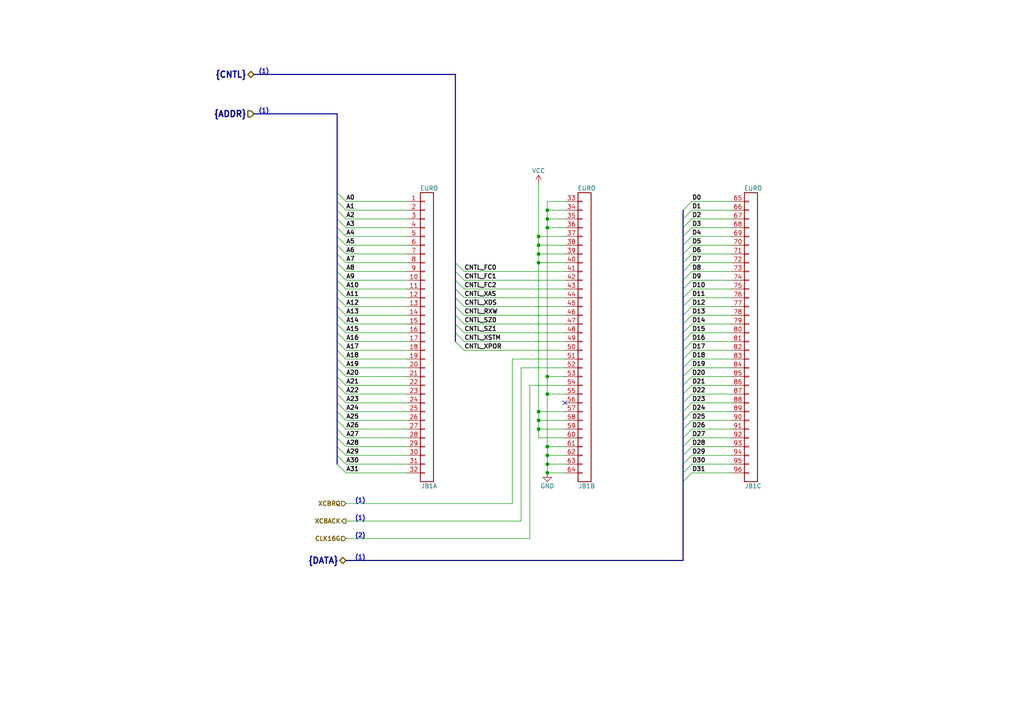
<source format=kicad_sch>
(kicad_sch
	(version 20231120)
	(generator "eeschema")
	(generator_version "8.0")
	(uuid "0a468a08-cbc9-488e-8cca-fd0ecdcb8e0e")
	(paper "A4")
	(lib_symbols
		(symbol "Atari-TT030:STRAM-Atari"
			(pin_names
				(offset 1.016) hide)
			(exclude_from_sim no)
			(in_bom yes)
			(on_board yes)
			(property "Reference" "J"
				(at 0 -44.45 0)
				(effects
					(font
						(size 1.27 1.27)
						(bold yes)
					)
				)
			)
			(property "Value" "STRAM-Atari"
				(at 0 41.91 0)
				(effects
					(font
						(size 1.27 1.27)
						(bold yes)
					)
				)
			)
			(property "Footprint" ""
				(at 0 0 0)
				(effects
					(font
						(size 1.27 1.27)
					)
					(hide yes)
				)
			)
			(property "Datasheet" ""
				(at 0 0 0)
				(effects
					(font
						(size 1.27 1.27)
					)
					(hide yes)
				)
			)
			(property "Description" ""
				(at 0 0 0)
				(effects
					(font
						(size 1.27 1.27)
					)
					(hide yes)
				)
			)
			(property "ki_fp_filters" "Connector*:*_1x??_*"
				(at 0 0 0)
				(effects
					(font
						(size 1.27 1.27)
					)
					(hide yes)
				)
			)
			(symbol "STRAM-Atari_1_1"
				(rectangle
					(start -1.27 -40.513)
					(end 0 -40.767)
					(stroke
						(width 0.1524)
						(type solid)
					)
					(fill
						(type none)
					)
				)
				(rectangle
					(start -1.27 -37.973)
					(end 0 -38.227)
					(stroke
						(width 0.1524)
						(type solid)
					)
					(fill
						(type none)
					)
				)
				(rectangle
					(start -1.27 -35.433)
					(end 0 -35.687)
					(stroke
						(width 0.1524)
						(type solid)
					)
					(fill
						(type none)
					)
				)
				(rectangle
					(start -1.27 -32.893)
					(end 0 -33.147)
					(stroke
						(width 0.1524)
						(type solid)
					)
					(fill
						(type none)
					)
				)
				(rectangle
					(start -1.27 -30.353)
					(end 0 -30.607)
					(stroke
						(width 0.1524)
						(type solid)
					)
					(fill
						(type none)
					)
				)
				(rectangle
					(start -1.27 -27.813)
					(end 0 -28.067)
					(stroke
						(width 0.1524)
						(type solid)
					)
					(fill
						(type none)
					)
				)
				(rectangle
					(start -1.27 -25.273)
					(end 0 -25.527)
					(stroke
						(width 0.1524)
						(type solid)
					)
					(fill
						(type none)
					)
				)
				(rectangle
					(start -1.27 -22.733)
					(end 0 -22.987)
					(stroke
						(width 0.1524)
						(type solid)
					)
					(fill
						(type none)
					)
				)
				(rectangle
					(start -1.27 -20.193)
					(end 0 -20.447)
					(stroke
						(width 0.1524)
						(type solid)
					)
					(fill
						(type none)
					)
				)
				(rectangle
					(start -1.27 -17.653)
					(end 0 -17.907)
					(stroke
						(width 0.1524)
						(type solid)
					)
					(fill
						(type none)
					)
				)
				(rectangle
					(start -1.27 -15.113)
					(end 0 -15.367)
					(stroke
						(width 0.1524)
						(type solid)
					)
					(fill
						(type none)
					)
				)
				(rectangle
					(start -1.27 -12.573)
					(end 0 -12.827)
					(stroke
						(width 0.1524)
						(type solid)
					)
					(fill
						(type none)
					)
				)
				(rectangle
					(start -1.27 -10.033)
					(end 0 -10.287)
					(stroke
						(width 0.1524)
						(type solid)
					)
					(fill
						(type none)
					)
				)
				(rectangle
					(start -1.27 -7.493)
					(end 0 -7.747)
					(stroke
						(width 0.1524)
						(type solid)
					)
					(fill
						(type none)
					)
				)
				(rectangle
					(start -1.27 -4.953)
					(end 0 -5.207)
					(stroke
						(width 0.1524)
						(type solid)
					)
					(fill
						(type none)
					)
				)
				(rectangle
					(start -1.27 -2.413)
					(end 0 -2.667)
					(stroke
						(width 0.1524)
						(type solid)
					)
					(fill
						(type none)
					)
				)
				(rectangle
					(start -1.27 0.127)
					(end 0 -0.127)
					(stroke
						(width 0.1524)
						(type solid)
					)
					(fill
						(type none)
					)
				)
				(rectangle
					(start -1.27 2.667)
					(end 0 2.413)
					(stroke
						(width 0.1524)
						(type solid)
					)
					(fill
						(type none)
					)
				)
				(rectangle
					(start -1.27 5.207)
					(end 0 4.953)
					(stroke
						(width 0.1524)
						(type solid)
					)
					(fill
						(type none)
					)
				)
				(rectangle
					(start -1.27 7.747)
					(end 0 7.493)
					(stroke
						(width 0.1524)
						(type solid)
					)
					(fill
						(type none)
					)
				)
				(rectangle
					(start -1.27 10.287)
					(end 0 10.033)
					(stroke
						(width 0.1524)
						(type solid)
					)
					(fill
						(type none)
					)
				)
				(rectangle
					(start -1.27 12.827)
					(end 0 12.573)
					(stroke
						(width 0.1524)
						(type solid)
					)
					(fill
						(type none)
					)
				)
				(rectangle
					(start -1.27 15.367)
					(end 0 15.113)
					(stroke
						(width 0.1524)
						(type solid)
					)
					(fill
						(type none)
					)
				)
				(rectangle
					(start -1.27 17.907)
					(end 0 17.653)
					(stroke
						(width 0.1524)
						(type solid)
					)
					(fill
						(type none)
					)
				)
				(rectangle
					(start -1.27 20.447)
					(end 0 20.193)
					(stroke
						(width 0.1524)
						(type solid)
					)
					(fill
						(type none)
					)
				)
				(rectangle
					(start -1.27 22.987)
					(end 0 22.733)
					(stroke
						(width 0.1524)
						(type solid)
					)
					(fill
						(type none)
					)
				)
				(rectangle
					(start -1.27 25.527)
					(end 0 25.273)
					(stroke
						(width 0.1524)
						(type solid)
					)
					(fill
						(type none)
					)
				)
				(rectangle
					(start -1.27 28.067)
					(end 0 27.813)
					(stroke
						(width 0.1524)
						(type solid)
					)
					(fill
						(type none)
					)
				)
				(rectangle
					(start -1.27 30.607)
					(end 0 30.353)
					(stroke
						(width 0.1524)
						(type solid)
					)
					(fill
						(type none)
					)
				)
				(rectangle
					(start -1.27 33.147)
					(end 0 32.893)
					(stroke
						(width 0.1524)
						(type solid)
					)
					(fill
						(type none)
					)
				)
				(rectangle
					(start -1.27 35.687)
					(end 0 35.433)
					(stroke
						(width 0.1524)
						(type solid)
					)
					(fill
						(type none)
					)
				)
				(rectangle
					(start -1.27 38.227)
					(end 0 37.973)
					(stroke
						(width 0.1524)
						(type solid)
					)
					(fill
						(type none)
					)
				)
				(rectangle
					(start -1.27 40.64)
					(end 2.54 -43.18)
					(stroke
						(width 0.254)
						(type solid)
					)
					(fill
						(type none)
					)
				)
				(pin passive line
					(at -5.08 38.1 0)
					(length 3.81)
					(name "Pin_1"
						(effects
							(font
								(size 1.27 1.27)
							)
						)
					)
					(number "1"
						(effects
							(font
								(size 1.27 1.27)
							)
						)
					)
				)
				(pin passive line
					(at -5.08 15.24 0)
					(length 3.81)
					(name "Pin_10"
						(effects
							(font
								(size 1.27 1.27)
							)
						)
					)
					(number "10"
						(effects
							(font
								(size 1.27 1.27)
							)
						)
					)
				)
				(pin passive line
					(at -5.08 12.7 0)
					(length 3.81)
					(name "Pin_11"
						(effects
							(font
								(size 1.27 1.27)
							)
						)
					)
					(number "11"
						(effects
							(font
								(size 1.27 1.27)
							)
						)
					)
				)
				(pin passive line
					(at -5.08 10.16 0)
					(length 3.81)
					(name "Pin_12"
						(effects
							(font
								(size 1.27 1.27)
							)
						)
					)
					(number "12"
						(effects
							(font
								(size 1.27 1.27)
							)
						)
					)
				)
				(pin passive line
					(at -5.08 7.62 0)
					(length 3.81)
					(name "Pin_13"
						(effects
							(font
								(size 1.27 1.27)
							)
						)
					)
					(number "13"
						(effects
							(font
								(size 1.27 1.27)
							)
						)
					)
				)
				(pin passive line
					(at -5.08 5.08 0)
					(length 3.81)
					(name "Pin_14"
						(effects
							(font
								(size 1.27 1.27)
							)
						)
					)
					(number "14"
						(effects
							(font
								(size 1.27 1.27)
							)
						)
					)
				)
				(pin passive line
					(at -5.08 2.54 0)
					(length 3.81)
					(name "Pin_15"
						(effects
							(font
								(size 1.27 1.27)
							)
						)
					)
					(number "15"
						(effects
							(font
								(size 1.27 1.27)
							)
						)
					)
				)
				(pin passive line
					(at -5.08 0 0)
					(length 3.81)
					(name "Pin_16"
						(effects
							(font
								(size 1.27 1.27)
							)
						)
					)
					(number "16"
						(effects
							(font
								(size 1.27 1.27)
							)
						)
					)
				)
				(pin passive line
					(at -5.08 -2.54 0)
					(length 3.81)
					(name "Pin_17"
						(effects
							(font
								(size 1.27 1.27)
							)
						)
					)
					(number "17"
						(effects
							(font
								(size 1.27 1.27)
							)
						)
					)
				)
				(pin passive line
					(at -5.08 -5.08 0)
					(length 3.81)
					(name "Pin_18"
						(effects
							(font
								(size 1.27 1.27)
							)
						)
					)
					(number "18"
						(effects
							(font
								(size 1.27 1.27)
							)
						)
					)
				)
				(pin passive line
					(at -5.08 -7.62 0)
					(length 3.81)
					(name "Pin_19"
						(effects
							(font
								(size 1.27 1.27)
							)
						)
					)
					(number "19"
						(effects
							(font
								(size 1.27 1.27)
							)
						)
					)
				)
				(pin passive line
					(at -5.08 35.56 0)
					(length 3.81)
					(name "Pin_2"
						(effects
							(font
								(size 1.27 1.27)
							)
						)
					)
					(number "2"
						(effects
							(font
								(size 1.27 1.27)
							)
						)
					)
				)
				(pin passive line
					(at -5.08 -10.16 0)
					(length 3.81)
					(name "Pin_20"
						(effects
							(font
								(size 1.27 1.27)
							)
						)
					)
					(number "20"
						(effects
							(font
								(size 1.27 1.27)
							)
						)
					)
				)
				(pin passive line
					(at -5.08 -12.7 0)
					(length 3.81)
					(name "Pin_21"
						(effects
							(font
								(size 1.27 1.27)
							)
						)
					)
					(number "21"
						(effects
							(font
								(size 1.27 1.27)
							)
						)
					)
				)
				(pin passive line
					(at -5.08 -15.24 0)
					(length 3.81)
					(name "Pin_22"
						(effects
							(font
								(size 1.27 1.27)
							)
						)
					)
					(number "22"
						(effects
							(font
								(size 1.27 1.27)
							)
						)
					)
				)
				(pin passive line
					(at -5.08 -17.78 0)
					(length 3.81)
					(name "Pin_23"
						(effects
							(font
								(size 1.27 1.27)
							)
						)
					)
					(number "23"
						(effects
							(font
								(size 1.27 1.27)
							)
						)
					)
				)
				(pin passive line
					(at -5.08 -20.32 0)
					(length 3.81)
					(name "Pin_24"
						(effects
							(font
								(size 1.27 1.27)
							)
						)
					)
					(number "24"
						(effects
							(font
								(size 1.27 1.27)
							)
						)
					)
				)
				(pin passive line
					(at -5.08 -22.86 0)
					(length 3.81)
					(name "Pin_25"
						(effects
							(font
								(size 1.27 1.27)
							)
						)
					)
					(number "25"
						(effects
							(font
								(size 1.27 1.27)
							)
						)
					)
				)
				(pin passive line
					(at -5.08 -25.4 0)
					(length 3.81)
					(name "Pin_26"
						(effects
							(font
								(size 1.27 1.27)
							)
						)
					)
					(number "26"
						(effects
							(font
								(size 1.27 1.27)
							)
						)
					)
				)
				(pin passive line
					(at -5.08 -27.94 0)
					(length 3.81)
					(name "Pin_27"
						(effects
							(font
								(size 1.27 1.27)
							)
						)
					)
					(number "27"
						(effects
							(font
								(size 1.27 1.27)
							)
						)
					)
				)
				(pin passive line
					(at -5.08 -30.48 0)
					(length 3.81)
					(name "Pin_28"
						(effects
							(font
								(size 1.27 1.27)
							)
						)
					)
					(number "28"
						(effects
							(font
								(size 1.27 1.27)
							)
						)
					)
				)
				(pin passive line
					(at -5.08 -33.02 0)
					(length 3.81)
					(name "Pin_29"
						(effects
							(font
								(size 1.27 1.27)
							)
						)
					)
					(number "29"
						(effects
							(font
								(size 1.27 1.27)
							)
						)
					)
				)
				(pin passive line
					(at -5.08 33.02 0)
					(length 3.81)
					(name "Pin_3"
						(effects
							(font
								(size 1.27 1.27)
							)
						)
					)
					(number "3"
						(effects
							(font
								(size 1.27 1.27)
							)
						)
					)
				)
				(pin passive line
					(at -5.08 -35.56 0)
					(length 3.81)
					(name "Pin_30"
						(effects
							(font
								(size 1.27 1.27)
							)
						)
					)
					(number "30"
						(effects
							(font
								(size 1.27 1.27)
							)
						)
					)
				)
				(pin passive line
					(at -5.08 -38.1 0)
					(length 3.81)
					(name "Pin_31"
						(effects
							(font
								(size 1.27 1.27)
							)
						)
					)
					(number "31"
						(effects
							(font
								(size 1.27 1.27)
							)
						)
					)
				)
				(pin passive line
					(at -5.08 -40.64 0)
					(length 3.81)
					(name "Pin_32"
						(effects
							(font
								(size 1.27 1.27)
							)
						)
					)
					(number "32"
						(effects
							(font
								(size 1.27 1.27)
							)
						)
					)
				)
				(pin passive line
					(at -5.08 30.48 0)
					(length 3.81)
					(name "Pin_4"
						(effects
							(font
								(size 1.27 1.27)
							)
						)
					)
					(number "4"
						(effects
							(font
								(size 1.27 1.27)
							)
						)
					)
				)
				(pin passive line
					(at -5.08 27.94 0)
					(length 3.81)
					(name "Pin_5"
						(effects
							(font
								(size 1.27 1.27)
							)
						)
					)
					(number "5"
						(effects
							(font
								(size 1.27 1.27)
							)
						)
					)
				)
				(pin passive line
					(at -5.08 25.4 0)
					(length 3.81)
					(name "Pin_6"
						(effects
							(font
								(size 1.27 1.27)
							)
						)
					)
					(number "6"
						(effects
							(font
								(size 1.27 1.27)
							)
						)
					)
				)
				(pin passive line
					(at -5.08 22.86 0)
					(length 3.81)
					(name "Pin_7"
						(effects
							(font
								(size 1.27 1.27)
							)
						)
					)
					(number "7"
						(effects
							(font
								(size 1.27 1.27)
							)
						)
					)
				)
				(pin passive line
					(at -5.08 20.32 0)
					(length 3.81)
					(name "Pin_8"
						(effects
							(font
								(size 1.27 1.27)
							)
						)
					)
					(number "8"
						(effects
							(font
								(size 1.27 1.27)
							)
						)
					)
				)
				(pin passive line
					(at -5.08 17.78 0)
					(length 3.81)
					(name "Pin_9"
						(effects
							(font
								(size 1.27 1.27)
							)
						)
					)
					(number "9"
						(effects
							(font
								(size 1.27 1.27)
							)
						)
					)
				)
			)
			(symbol "STRAM-Atari_2_1"
				(rectangle
					(start -1.27 -40.513)
					(end 0 -40.767)
					(stroke
						(width 0.1524)
						(type solid)
					)
					(fill
						(type none)
					)
				)
				(rectangle
					(start -1.27 -37.973)
					(end 0 -38.227)
					(stroke
						(width 0.1524)
						(type solid)
					)
					(fill
						(type none)
					)
				)
				(rectangle
					(start -1.27 -35.433)
					(end 0 -35.687)
					(stroke
						(width 0.1524)
						(type solid)
					)
					(fill
						(type none)
					)
				)
				(rectangle
					(start -1.27 -32.893)
					(end 0 -33.147)
					(stroke
						(width 0.1524)
						(type solid)
					)
					(fill
						(type none)
					)
				)
				(rectangle
					(start -1.27 -30.353)
					(end 0 -30.607)
					(stroke
						(width 0.1524)
						(type solid)
					)
					(fill
						(type none)
					)
				)
				(rectangle
					(start -1.27 -27.813)
					(end 0 -28.067)
					(stroke
						(width 0.1524)
						(type solid)
					)
					(fill
						(type none)
					)
				)
				(rectangle
					(start -1.27 -25.273)
					(end 0 -25.527)
					(stroke
						(width 0.1524)
						(type solid)
					)
					(fill
						(type none)
					)
				)
				(rectangle
					(start -1.27 -22.733)
					(end 0 -22.987)
					(stroke
						(width 0.1524)
						(type solid)
					)
					(fill
						(type none)
					)
				)
				(rectangle
					(start -1.27 -20.193)
					(end 0 -20.447)
					(stroke
						(width 0.1524)
						(type solid)
					)
					(fill
						(type none)
					)
				)
				(rectangle
					(start -1.27 -17.653)
					(end 0 -17.907)
					(stroke
						(width 0.1524)
						(type solid)
					)
					(fill
						(type none)
					)
				)
				(rectangle
					(start -1.27 -15.113)
					(end 0 -15.367)
					(stroke
						(width 0.1524)
						(type solid)
					)
					(fill
						(type none)
					)
				)
				(rectangle
					(start -1.27 -12.573)
					(end 0 -12.827)
					(stroke
						(width 0.1524)
						(type solid)
					)
					(fill
						(type none)
					)
				)
				(rectangle
					(start -1.27 -10.033)
					(end 0 -10.287)
					(stroke
						(width 0.1524)
						(type solid)
					)
					(fill
						(type none)
					)
				)
				(rectangle
					(start -1.27 -7.493)
					(end 0 -7.747)
					(stroke
						(width 0.1524)
						(type solid)
					)
					(fill
						(type none)
					)
				)
				(rectangle
					(start -1.27 -4.953)
					(end 0 -5.207)
					(stroke
						(width 0.1524)
						(type solid)
					)
					(fill
						(type none)
					)
				)
				(rectangle
					(start -1.27 -2.413)
					(end 0 -2.667)
					(stroke
						(width 0.1524)
						(type solid)
					)
					(fill
						(type none)
					)
				)
				(rectangle
					(start -1.27 0.127)
					(end 0 -0.127)
					(stroke
						(width 0.1524)
						(type solid)
					)
					(fill
						(type none)
					)
				)
				(rectangle
					(start -1.27 2.667)
					(end 0 2.413)
					(stroke
						(width 0.1524)
						(type solid)
					)
					(fill
						(type none)
					)
				)
				(rectangle
					(start -1.27 5.207)
					(end 0 4.953)
					(stroke
						(width 0.1524)
						(type solid)
					)
					(fill
						(type none)
					)
				)
				(rectangle
					(start -1.27 7.747)
					(end 0 7.493)
					(stroke
						(width 0.1524)
						(type solid)
					)
					(fill
						(type none)
					)
				)
				(rectangle
					(start -1.27 10.287)
					(end 0 10.033)
					(stroke
						(width 0.1524)
						(type solid)
					)
					(fill
						(type none)
					)
				)
				(rectangle
					(start -1.27 12.827)
					(end 0 12.573)
					(stroke
						(width 0.1524)
						(type solid)
					)
					(fill
						(type none)
					)
				)
				(rectangle
					(start -1.27 15.367)
					(end 0 15.113)
					(stroke
						(width 0.1524)
						(type solid)
					)
					(fill
						(type none)
					)
				)
				(rectangle
					(start -1.27 17.907)
					(end 0 17.653)
					(stroke
						(width 0.1524)
						(type solid)
					)
					(fill
						(type none)
					)
				)
				(rectangle
					(start -1.27 20.447)
					(end 0 20.193)
					(stroke
						(width 0.1524)
						(type solid)
					)
					(fill
						(type none)
					)
				)
				(rectangle
					(start -1.27 22.987)
					(end 0 22.733)
					(stroke
						(width 0.1524)
						(type solid)
					)
					(fill
						(type none)
					)
				)
				(rectangle
					(start -1.27 25.527)
					(end 0 25.273)
					(stroke
						(width 0.1524)
						(type solid)
					)
					(fill
						(type none)
					)
				)
				(rectangle
					(start -1.27 28.067)
					(end 0 27.813)
					(stroke
						(width 0.1524)
						(type solid)
					)
					(fill
						(type none)
					)
				)
				(rectangle
					(start -1.27 30.607)
					(end 0 30.353)
					(stroke
						(width 0.1524)
						(type solid)
					)
					(fill
						(type none)
					)
				)
				(rectangle
					(start -1.27 33.147)
					(end 0 32.893)
					(stroke
						(width 0.1524)
						(type solid)
					)
					(fill
						(type none)
					)
				)
				(rectangle
					(start -1.27 35.687)
					(end 0 35.433)
					(stroke
						(width 0.1524)
						(type solid)
					)
					(fill
						(type none)
					)
				)
				(rectangle
					(start -1.27 38.227)
					(end 0 37.973)
					(stroke
						(width 0.1524)
						(type solid)
					)
					(fill
						(type none)
					)
				)
				(rectangle
					(start -1.27 40.64)
					(end 2.54 -43.18)
					(stroke
						(width 0.254)
						(type solid)
					)
					(fill
						(type none)
					)
				)
				(pin passive line
					(at -5.08 38.1 0)
					(length 3.81)
					(name "Pin_1"
						(effects
							(font
								(size 1.27 1.27)
							)
						)
					)
					(number "33"
						(effects
							(font
								(size 1.27 1.27)
							)
						)
					)
				)
				(pin passive line
					(at -5.08 35.56 0)
					(length 3.81)
					(name "Pin_2"
						(effects
							(font
								(size 1.27 1.27)
							)
						)
					)
					(number "34"
						(effects
							(font
								(size 1.27 1.27)
							)
						)
					)
				)
				(pin passive line
					(at -5.08 33.02 0)
					(length 3.81)
					(name "Pin_3"
						(effects
							(font
								(size 1.27 1.27)
							)
						)
					)
					(number "35"
						(effects
							(font
								(size 1.27 1.27)
							)
						)
					)
				)
				(pin passive line
					(at -5.08 30.48 0)
					(length 3.81)
					(name "Pin_4"
						(effects
							(font
								(size 1.27 1.27)
							)
						)
					)
					(number "36"
						(effects
							(font
								(size 1.27 1.27)
							)
						)
					)
				)
				(pin passive line
					(at -5.08 27.94 0)
					(length 3.81)
					(name "Pin_5"
						(effects
							(font
								(size 1.27 1.27)
							)
						)
					)
					(number "37"
						(effects
							(font
								(size 1.27 1.27)
							)
						)
					)
				)
				(pin passive line
					(at -5.08 25.4 0)
					(length 3.81)
					(name "Pin_6"
						(effects
							(font
								(size 1.27 1.27)
							)
						)
					)
					(number "38"
						(effects
							(font
								(size 1.27 1.27)
							)
						)
					)
				)
				(pin passive line
					(at -5.08 22.86 0)
					(length 3.81)
					(name "Pin_7"
						(effects
							(font
								(size 1.27 1.27)
							)
						)
					)
					(number "39"
						(effects
							(font
								(size 1.27 1.27)
							)
						)
					)
				)
				(pin passive line
					(at -5.08 20.32 0)
					(length 3.81)
					(name "Pin_8"
						(effects
							(font
								(size 1.27 1.27)
							)
						)
					)
					(number "40"
						(effects
							(font
								(size 1.27 1.27)
							)
						)
					)
				)
				(pin passive line
					(at -5.08 17.78 0)
					(length 3.81)
					(name "Pin_9"
						(effects
							(font
								(size 1.27 1.27)
							)
						)
					)
					(number "41"
						(effects
							(font
								(size 1.27 1.27)
							)
						)
					)
				)
				(pin passive line
					(at -5.08 15.24 0)
					(length 3.81)
					(name "Pin_10"
						(effects
							(font
								(size 1.27 1.27)
							)
						)
					)
					(number "42"
						(effects
							(font
								(size 1.27 1.27)
							)
						)
					)
				)
				(pin passive line
					(at -5.08 12.7 0)
					(length 3.81)
					(name "Pin_11"
						(effects
							(font
								(size 1.27 1.27)
							)
						)
					)
					(number "43"
						(effects
							(font
								(size 1.27 1.27)
							)
						)
					)
				)
				(pin passive line
					(at -5.08 10.16 0)
					(length 3.81)
					(name "Pin_12"
						(effects
							(font
								(size 1.27 1.27)
							)
						)
					)
					(number "44"
						(effects
							(font
								(size 1.27 1.27)
							)
						)
					)
				)
				(pin passive line
					(at -5.08 7.62 0)
					(length 3.81)
					(name "Pin_13"
						(effects
							(font
								(size 1.27 1.27)
							)
						)
					)
					(number "45"
						(effects
							(font
								(size 1.27 1.27)
							)
						)
					)
				)
				(pin passive line
					(at -5.08 5.08 0)
					(length 3.81)
					(name "Pin_14"
						(effects
							(font
								(size 1.27 1.27)
							)
						)
					)
					(number "46"
						(effects
							(font
								(size 1.27 1.27)
							)
						)
					)
				)
				(pin passive line
					(at -5.08 2.54 0)
					(length 3.81)
					(name "Pin_15"
						(effects
							(font
								(size 1.27 1.27)
							)
						)
					)
					(number "47"
						(effects
							(font
								(size 1.27 1.27)
							)
						)
					)
				)
				(pin passive line
					(at -5.08 0 0)
					(length 3.81)
					(name "Pin_16"
						(effects
							(font
								(size 1.27 1.27)
							)
						)
					)
					(number "48"
						(effects
							(font
								(size 1.27 1.27)
							)
						)
					)
				)
				(pin passive line
					(at -5.08 -2.54 0)
					(length 3.81)
					(name "Pin_17"
						(effects
							(font
								(size 1.27 1.27)
							)
						)
					)
					(number "49"
						(effects
							(font
								(size 1.27 1.27)
							)
						)
					)
				)
				(pin passive line
					(at -5.08 -5.08 0)
					(length 3.81)
					(name "Pin_18"
						(effects
							(font
								(size 1.27 1.27)
							)
						)
					)
					(number "50"
						(effects
							(font
								(size 1.27 1.27)
							)
						)
					)
				)
				(pin passive line
					(at -5.08 -7.62 0)
					(length 3.81)
					(name "Pin_19"
						(effects
							(font
								(size 1.27 1.27)
							)
						)
					)
					(number "51"
						(effects
							(font
								(size 1.27 1.27)
							)
						)
					)
				)
				(pin passive line
					(at -5.08 -10.16 0)
					(length 3.81)
					(name "Pin_20"
						(effects
							(font
								(size 1.27 1.27)
							)
						)
					)
					(number "52"
						(effects
							(font
								(size 1.27 1.27)
							)
						)
					)
				)
				(pin passive line
					(at -5.08 -12.7 0)
					(length 3.81)
					(name "Pin_21"
						(effects
							(font
								(size 1.27 1.27)
							)
						)
					)
					(number "53"
						(effects
							(font
								(size 1.27 1.27)
							)
						)
					)
				)
				(pin passive line
					(at -5.08 -15.24 0)
					(length 3.81)
					(name "Pin_22"
						(effects
							(font
								(size 1.27 1.27)
							)
						)
					)
					(number "54"
						(effects
							(font
								(size 1.27 1.27)
							)
						)
					)
				)
				(pin passive line
					(at -5.08 -17.78 0)
					(length 3.81)
					(name "Pin_23"
						(effects
							(font
								(size 1.27 1.27)
							)
						)
					)
					(number "55"
						(effects
							(font
								(size 1.27 1.27)
							)
						)
					)
				)
				(pin passive line
					(at -5.08 -20.32 0)
					(length 3.81)
					(name "Pin_24"
						(effects
							(font
								(size 1.27 1.27)
							)
						)
					)
					(number "56"
						(effects
							(font
								(size 1.27 1.27)
							)
						)
					)
				)
				(pin passive line
					(at -5.08 -22.86 0)
					(length 3.81)
					(name "Pin_25"
						(effects
							(font
								(size 1.27 1.27)
							)
						)
					)
					(number "57"
						(effects
							(font
								(size 1.27 1.27)
							)
						)
					)
				)
				(pin passive line
					(at -5.08 -25.4 0)
					(length 3.81)
					(name "Pin_26"
						(effects
							(font
								(size 1.27 1.27)
							)
						)
					)
					(number "58"
						(effects
							(font
								(size 1.27 1.27)
							)
						)
					)
				)
				(pin passive line
					(at -5.08 -27.94 0)
					(length 3.81)
					(name "Pin_27"
						(effects
							(font
								(size 1.27 1.27)
							)
						)
					)
					(number "59"
						(effects
							(font
								(size 1.27 1.27)
							)
						)
					)
				)
				(pin passive line
					(at -5.08 -30.48 0)
					(length 3.81)
					(name "Pin_28"
						(effects
							(font
								(size 1.27 1.27)
							)
						)
					)
					(number "60"
						(effects
							(font
								(size 1.27 1.27)
							)
						)
					)
				)
				(pin passive line
					(at -5.08 -33.02 0)
					(length 3.81)
					(name "Pin_29"
						(effects
							(font
								(size 1.27 1.27)
							)
						)
					)
					(number "61"
						(effects
							(font
								(size 1.27 1.27)
							)
						)
					)
				)
				(pin passive line
					(at -5.08 -35.56 0)
					(length 3.81)
					(name "Pin_30"
						(effects
							(font
								(size 1.27 1.27)
							)
						)
					)
					(number "62"
						(effects
							(font
								(size 1.27 1.27)
							)
						)
					)
				)
				(pin passive line
					(at -5.08 -38.1 0)
					(length 3.81)
					(name "Pin_31"
						(effects
							(font
								(size 1.27 1.27)
							)
						)
					)
					(number "63"
						(effects
							(font
								(size 1.27 1.27)
							)
						)
					)
				)
				(pin passive line
					(at -5.08 -40.64 0)
					(length 3.81)
					(name "Pin_32"
						(effects
							(font
								(size 1.27 1.27)
							)
						)
					)
					(number "64"
						(effects
							(font
								(size 1.27 1.27)
							)
						)
					)
				)
			)
			(symbol "STRAM-Atari_3_1"
				(rectangle
					(start -1.27 -40.513)
					(end 0 -40.767)
					(stroke
						(width 0.1524)
						(type solid)
					)
					(fill
						(type none)
					)
				)
				(rectangle
					(start -1.27 -37.973)
					(end 0 -38.227)
					(stroke
						(width 0.1524)
						(type solid)
					)
					(fill
						(type none)
					)
				)
				(rectangle
					(start -1.27 -35.433)
					(end 0 -35.687)
					(stroke
						(width 0.1524)
						(type solid)
					)
					(fill
						(type none)
					)
				)
				(rectangle
					(start -1.27 -32.893)
					(end 0 -33.147)
					(stroke
						(width 0.1524)
						(type solid)
					)
					(fill
						(type none)
					)
				)
				(rectangle
					(start -1.27 -30.353)
					(end 0 -30.607)
					(stroke
						(width 0.1524)
						(type solid)
					)
					(fill
						(type none)
					)
				)
				(rectangle
					(start -1.27 -27.813)
					(end 0 -28.067)
					(stroke
						(width 0.1524)
						(type solid)
					)
					(fill
						(type none)
					)
				)
				(rectangle
					(start -1.27 -25.273)
					(end 0 -25.527)
					(stroke
						(width 0.1524)
						(type solid)
					)
					(fill
						(type none)
					)
				)
				(rectangle
					(start -1.27 -22.733)
					(end 0 -22.987)
					(stroke
						(width 0.1524)
						(type solid)
					)
					(fill
						(type none)
					)
				)
				(rectangle
					(start -1.27 -20.193)
					(end 0 -20.447)
					(stroke
						(width 0.1524)
						(type solid)
					)
					(fill
						(type none)
					)
				)
				(rectangle
					(start -1.27 -17.653)
					(end 0 -17.907)
					(stroke
						(width 0.1524)
						(type solid)
					)
					(fill
						(type none)
					)
				)
				(rectangle
					(start -1.27 -15.113)
					(end 0 -15.367)
					(stroke
						(width 0.1524)
						(type solid)
					)
					(fill
						(type none)
					)
				)
				(rectangle
					(start -1.27 -12.573)
					(end 0 -12.827)
					(stroke
						(width 0.1524)
						(type solid)
					)
					(fill
						(type none)
					)
				)
				(rectangle
					(start -1.27 -10.033)
					(end 0 -10.287)
					(stroke
						(width 0.1524)
						(type solid)
					)
					(fill
						(type none)
					)
				)
				(rectangle
					(start -1.27 -7.493)
					(end 0 -7.747)
					(stroke
						(width 0.1524)
						(type solid)
					)
					(fill
						(type none)
					)
				)
				(rectangle
					(start -1.27 -4.953)
					(end 0 -5.207)
					(stroke
						(width 0.1524)
						(type solid)
					)
					(fill
						(type none)
					)
				)
				(rectangle
					(start -1.27 -2.413)
					(end 0 -2.667)
					(stroke
						(width 0.1524)
						(type solid)
					)
					(fill
						(type none)
					)
				)
				(rectangle
					(start -1.27 0.127)
					(end 0 -0.127)
					(stroke
						(width 0.1524)
						(type solid)
					)
					(fill
						(type none)
					)
				)
				(rectangle
					(start -1.27 2.667)
					(end 0 2.413)
					(stroke
						(width 0.1524)
						(type solid)
					)
					(fill
						(type none)
					)
				)
				(rectangle
					(start -1.27 5.207)
					(end 0 4.953)
					(stroke
						(width 0.1524)
						(type solid)
					)
					(fill
						(type none)
					)
				)
				(rectangle
					(start -1.27 7.747)
					(end 0 7.493)
					(stroke
						(width 0.1524)
						(type solid)
					)
					(fill
						(type none)
					)
				)
				(rectangle
					(start -1.27 10.287)
					(end 0 10.033)
					(stroke
						(width 0.1524)
						(type solid)
					)
					(fill
						(type none)
					)
				)
				(rectangle
					(start -1.27 12.827)
					(end 0 12.573)
					(stroke
						(width 0.1524)
						(type solid)
					)
					(fill
						(type none)
					)
				)
				(rectangle
					(start -1.27 15.367)
					(end 0 15.113)
					(stroke
						(width 0.1524)
						(type solid)
					)
					(fill
						(type none)
					)
				)
				(rectangle
					(start -1.27 17.907)
					(end 0 17.653)
					(stroke
						(width 0.1524)
						(type solid)
					)
					(fill
						(type none)
					)
				)
				(rectangle
					(start -1.27 20.447)
					(end 0 20.193)
					(stroke
						(width 0.1524)
						(type solid)
					)
					(fill
						(type none)
					)
				)
				(rectangle
					(start -1.27 22.987)
					(end 0 22.733)
					(stroke
						(width 0.1524)
						(type solid)
					)
					(fill
						(type none)
					)
				)
				(rectangle
					(start -1.27 25.527)
					(end 0 25.273)
					(stroke
						(width 0.1524)
						(type solid)
					)
					(fill
						(type none)
					)
				)
				(rectangle
					(start -1.27 28.067)
					(end 0 27.813)
					(stroke
						(width 0.1524)
						(type solid)
					)
					(fill
						(type none)
					)
				)
				(rectangle
					(start -1.27 30.607)
					(end 0 30.353)
					(stroke
						(width 0.1524)
						(type solid)
					)
					(fill
						(type none)
					)
				)
				(rectangle
					(start -1.27 33.147)
					(end 0 32.893)
					(stroke
						(width 0.1524)
						(type solid)
					)
					(fill
						(type none)
					)
				)
				(rectangle
					(start -1.27 35.687)
					(end 0 35.433)
					(stroke
						(width 0.1524)
						(type solid)
					)
					(fill
						(type none)
					)
				)
				(rectangle
					(start -1.27 38.227)
					(end 0 37.973)
					(stroke
						(width 0.1524)
						(type solid)
					)
					(fill
						(type none)
					)
				)
				(rectangle
					(start -1.27 40.64)
					(end 2.54 -43.18)
					(stroke
						(width 0.254)
						(type solid)
					)
					(fill
						(type none)
					)
				)
				(pin passive line
					(at -5.08 38.1 0)
					(length 3.81)
					(name "Pin_1"
						(effects
							(font
								(size 1.27 1.27)
							)
						)
					)
					(number "65"
						(effects
							(font
								(size 1.27 1.27)
							)
						)
					)
				)
				(pin passive line
					(at -5.08 35.56 0)
					(length 3.81)
					(name "Pin_2"
						(effects
							(font
								(size 1.27 1.27)
							)
						)
					)
					(number "66"
						(effects
							(font
								(size 1.27 1.27)
							)
						)
					)
				)
				(pin passive line
					(at -5.08 33.02 0)
					(length 3.81)
					(name "Pin_3"
						(effects
							(font
								(size 1.27 1.27)
							)
						)
					)
					(number "67"
						(effects
							(font
								(size 1.27 1.27)
							)
						)
					)
				)
				(pin passive line
					(at -5.08 30.48 0)
					(length 3.81)
					(name "Pin_4"
						(effects
							(font
								(size 1.27 1.27)
							)
						)
					)
					(number "68"
						(effects
							(font
								(size 1.27 1.27)
							)
						)
					)
				)
				(pin passive line
					(at -5.08 27.94 0)
					(length 3.81)
					(name "Pin_5"
						(effects
							(font
								(size 1.27 1.27)
							)
						)
					)
					(number "69"
						(effects
							(font
								(size 1.27 1.27)
							)
						)
					)
				)
				(pin passive line
					(at -5.08 25.4 0)
					(length 3.81)
					(name "Pin_6"
						(effects
							(font
								(size 1.27 1.27)
							)
						)
					)
					(number "70"
						(effects
							(font
								(size 1.27 1.27)
							)
						)
					)
				)
				(pin passive line
					(at -5.08 22.86 0)
					(length 3.81)
					(name "Pin_7"
						(effects
							(font
								(size 1.27 1.27)
							)
						)
					)
					(number "71"
						(effects
							(font
								(size 1.27 1.27)
							)
						)
					)
				)
				(pin passive line
					(at -5.08 20.32 0)
					(length 3.81)
					(name "Pin_8"
						(effects
							(font
								(size 1.27 1.27)
							)
						)
					)
					(number "72"
						(effects
							(font
								(size 1.27 1.27)
							)
						)
					)
				)
				(pin passive line
					(at -5.08 17.78 0)
					(length 3.81)
					(name "Pin_9"
						(effects
							(font
								(size 1.27 1.27)
							)
						)
					)
					(number "73"
						(effects
							(font
								(size 1.27 1.27)
							)
						)
					)
				)
				(pin passive line
					(at -5.08 15.24 0)
					(length 3.81)
					(name "Pin_10"
						(effects
							(font
								(size 1.27 1.27)
							)
						)
					)
					(number "74"
						(effects
							(font
								(size 1.27 1.27)
							)
						)
					)
				)
				(pin passive line
					(at -5.08 12.7 0)
					(length 3.81)
					(name "Pin_11"
						(effects
							(font
								(size 1.27 1.27)
							)
						)
					)
					(number "75"
						(effects
							(font
								(size 1.27 1.27)
							)
						)
					)
				)
				(pin passive line
					(at -5.08 10.16 0)
					(length 3.81)
					(name "Pin_12"
						(effects
							(font
								(size 1.27 1.27)
							)
						)
					)
					(number "76"
						(effects
							(font
								(size 1.27 1.27)
							)
						)
					)
				)
				(pin passive line
					(at -5.08 7.62 0)
					(length 3.81)
					(name "Pin_13"
						(effects
							(font
								(size 1.27 1.27)
							)
						)
					)
					(number "77"
						(effects
							(font
								(size 1.27 1.27)
							)
						)
					)
				)
				(pin passive line
					(at -5.08 5.08 0)
					(length 3.81)
					(name "Pin_14"
						(effects
							(font
								(size 1.27 1.27)
							)
						)
					)
					(number "78"
						(effects
							(font
								(size 1.27 1.27)
							)
						)
					)
				)
				(pin passive line
					(at -5.08 2.54 0)
					(length 3.81)
					(name "Pin_15"
						(effects
							(font
								(size 1.27 1.27)
							)
						)
					)
					(number "79"
						(effects
							(font
								(size 1.27 1.27)
							)
						)
					)
				)
				(pin passive line
					(at -5.08 0 0)
					(length 3.81)
					(name "Pin_16"
						(effects
							(font
								(size 1.27 1.27)
							)
						)
					)
					(number "80"
						(effects
							(font
								(size 1.27 1.27)
							)
						)
					)
				)
				(pin passive line
					(at -5.08 -2.54 0)
					(length 3.81)
					(name "Pin_17"
						(effects
							(font
								(size 1.27 1.27)
							)
						)
					)
					(number "81"
						(effects
							(font
								(size 1.27 1.27)
							)
						)
					)
				)
				(pin passive line
					(at -5.08 -5.08 0)
					(length 3.81)
					(name "Pin_18"
						(effects
							(font
								(size 1.27 1.27)
							)
						)
					)
					(number "82"
						(effects
							(font
								(size 1.27 1.27)
							)
						)
					)
				)
				(pin passive line
					(at -5.08 -7.62 0)
					(length 3.81)
					(name "Pin_19"
						(effects
							(font
								(size 1.27 1.27)
							)
						)
					)
					(number "83"
						(effects
							(font
								(size 1.27 1.27)
							)
						)
					)
				)
				(pin passive line
					(at -5.08 -10.16 0)
					(length 3.81)
					(name "Pin_20"
						(effects
							(font
								(size 1.27 1.27)
							)
						)
					)
					(number "84"
						(effects
							(font
								(size 1.27 1.27)
							)
						)
					)
				)
				(pin passive line
					(at -5.08 -12.7 0)
					(length 3.81)
					(name "Pin_21"
						(effects
							(font
								(size 1.27 1.27)
							)
						)
					)
					(number "85"
						(effects
							(font
								(size 1.27 1.27)
							)
						)
					)
				)
				(pin passive line
					(at -5.08 -15.24 0)
					(length 3.81)
					(name "Pin_22"
						(effects
							(font
								(size 1.27 1.27)
							)
						)
					)
					(number "86"
						(effects
							(font
								(size 1.27 1.27)
							)
						)
					)
				)
				(pin passive line
					(at -5.08 -17.78 0)
					(length 3.81)
					(name "Pin_23"
						(effects
							(font
								(size 1.27 1.27)
							)
						)
					)
					(number "87"
						(effects
							(font
								(size 1.27 1.27)
							)
						)
					)
				)
				(pin passive line
					(at -5.08 -20.32 0)
					(length 3.81)
					(name "Pin_24"
						(effects
							(font
								(size 1.27 1.27)
							)
						)
					)
					(number "88"
						(effects
							(font
								(size 1.27 1.27)
							)
						)
					)
				)
				(pin passive line
					(at -5.08 -22.86 0)
					(length 3.81)
					(name "Pin_25"
						(effects
							(font
								(size 1.27 1.27)
							)
						)
					)
					(number "89"
						(effects
							(font
								(size 1.27 1.27)
							)
						)
					)
				)
				(pin passive line
					(at -5.08 -25.4 0)
					(length 3.81)
					(name "Pin_26"
						(effects
							(font
								(size 1.27 1.27)
							)
						)
					)
					(number "90"
						(effects
							(font
								(size 1.27 1.27)
							)
						)
					)
				)
				(pin passive line
					(at -5.08 -27.94 0)
					(length 3.81)
					(name "Pin_27"
						(effects
							(font
								(size 1.27 1.27)
							)
						)
					)
					(number "91"
						(effects
							(font
								(size 1.27 1.27)
							)
						)
					)
				)
				(pin passive line
					(at -5.08 -30.48 0)
					(length 3.81)
					(name "Pin_28"
						(effects
							(font
								(size 1.27 1.27)
							)
						)
					)
					(number "92"
						(effects
							(font
								(size 1.27 1.27)
							)
						)
					)
				)
				(pin passive line
					(at -5.08 -33.02 0)
					(length 3.81)
					(name "Pin_29"
						(effects
							(font
								(size 1.27 1.27)
							)
						)
					)
					(number "93"
						(effects
							(font
								(size 1.27 1.27)
							)
						)
					)
				)
				(pin passive line
					(at -5.08 -35.56 0)
					(length 3.81)
					(name "Pin_30"
						(effects
							(font
								(size 1.27 1.27)
							)
						)
					)
					(number "94"
						(effects
							(font
								(size 1.27 1.27)
							)
						)
					)
				)
				(pin passive line
					(at -5.08 -38.1 0)
					(length 3.81)
					(name "Pin_31"
						(effects
							(font
								(size 1.27 1.27)
							)
						)
					)
					(number "95"
						(effects
							(font
								(size 1.27 1.27)
							)
						)
					)
				)
				(pin passive line
					(at -5.08 -40.64 0)
					(length 3.81)
					(name "Pin_32"
						(effects
							(font
								(size 1.27 1.27)
							)
						)
					)
					(number "96"
						(effects
							(font
								(size 1.27 1.27)
							)
						)
					)
				)
			)
		)
		(symbol "power:GND"
			(power)
			(pin_numbers hide)
			(pin_names
				(offset 0) hide)
			(exclude_from_sim no)
			(in_bom yes)
			(on_board yes)
			(property "Reference" "#PWR"
				(at 0 -6.35 0)
				(effects
					(font
						(size 1.27 1.27)
					)
					(hide yes)
				)
			)
			(property "Value" "GND"
				(at 0 -3.81 0)
				(effects
					(font
						(size 1.27 1.27)
					)
				)
			)
			(property "Footprint" ""
				(at 0 0 0)
				(effects
					(font
						(size 1.27 1.27)
					)
					(hide yes)
				)
			)
			(property "Datasheet" ""
				(at 0 0 0)
				(effects
					(font
						(size 1.27 1.27)
					)
					(hide yes)
				)
			)
			(property "Description" "Power symbol creates a global label with name \"GND\" , ground"
				(at 0 0 0)
				(effects
					(font
						(size 1.27 1.27)
					)
					(hide yes)
				)
			)
			(property "ki_keywords" "global power"
				(at 0 0 0)
				(effects
					(font
						(size 1.27 1.27)
					)
					(hide yes)
				)
			)
			(symbol "GND_0_1"
				(polyline
					(pts
						(xy 0 0) (xy 0 -1.27) (xy 1.27 -1.27) (xy 0 -2.54) (xy -1.27 -1.27) (xy 0 -1.27)
					)
					(stroke
						(width 0)
						(type default)
					)
					(fill
						(type none)
					)
				)
			)
			(symbol "GND_1_1"
				(pin power_in line
					(at 0 0 270)
					(length 0)
					(name "~"
						(effects
							(font
								(size 1.27 1.27)
							)
						)
					)
					(number "1"
						(effects
							(font
								(size 1.27 1.27)
							)
						)
					)
				)
			)
		)
		(symbol "power:VCC"
			(power)
			(pin_numbers hide)
			(pin_names
				(offset 0) hide)
			(exclude_from_sim no)
			(in_bom yes)
			(on_board yes)
			(property "Reference" "#PWR"
				(at 0 -3.81 0)
				(effects
					(font
						(size 1.27 1.27)
					)
					(hide yes)
				)
			)
			(property "Value" "VCC"
				(at 0 3.556 0)
				(effects
					(font
						(size 1.27 1.27)
					)
				)
			)
			(property "Footprint" ""
				(at 0 0 0)
				(effects
					(font
						(size 1.27 1.27)
					)
					(hide yes)
				)
			)
			(property "Datasheet" ""
				(at 0 0 0)
				(effects
					(font
						(size 1.27 1.27)
					)
					(hide yes)
				)
			)
			(property "Description" "Power symbol creates a global label with name \"VCC\""
				(at 0 0 0)
				(effects
					(font
						(size 1.27 1.27)
					)
					(hide yes)
				)
			)
			(property "ki_keywords" "global power"
				(at 0 0 0)
				(effects
					(font
						(size 1.27 1.27)
					)
					(hide yes)
				)
			)
			(symbol "VCC_0_1"
				(polyline
					(pts
						(xy -0.762 1.27) (xy 0 2.54)
					)
					(stroke
						(width 0)
						(type default)
					)
					(fill
						(type none)
					)
				)
				(polyline
					(pts
						(xy 0 0) (xy 0 2.54)
					)
					(stroke
						(width 0)
						(type default)
					)
					(fill
						(type none)
					)
				)
				(polyline
					(pts
						(xy 0 2.54) (xy 0.762 1.27)
					)
					(stroke
						(width 0)
						(type default)
					)
					(fill
						(type none)
					)
				)
			)
			(symbol "VCC_1_1"
				(pin power_in line
					(at 0 0 90)
					(length 0)
					(name "~"
						(effects
							(font
								(size 1.27 1.27)
							)
						)
					)
					(number "1"
						(effects
							(font
								(size 1.27 1.27)
							)
						)
					)
				)
			)
		)
	)
	(junction
		(at 158.75 60.96)
		(diameter 0)
		(color 0 0 0 0)
		(uuid "00637ef0-d1e5-41e1-aafa-e0381b4875cc")
	)
	(junction
		(at 156.21 71.12)
		(diameter 0)
		(color 0 0 0 0)
		(uuid "08091117-c34b-4d02-b4f7-e5b092978e0b")
	)
	(junction
		(at 156.21 76.2)
		(diameter 0)
		(color 0 0 0 0)
		(uuid "36838611-dba0-4838-8c72-c9cd93e83035")
	)
	(junction
		(at 158.75 109.22)
		(diameter 0)
		(color 0 0 0 0)
		(uuid "5b07b308-861a-4cf4-b74a-741fa5f8b91a")
	)
	(junction
		(at 158.75 66.04)
		(diameter 0)
		(color 0 0 0 0)
		(uuid "6882da37-fa1b-4ab4-bb7a-0b2b534896f1")
	)
	(junction
		(at 158.75 114.3)
		(diameter 0)
		(color 0 0 0 0)
		(uuid "7e590c36-2a58-4b73-949a-6dfcd62ab82e")
	)
	(junction
		(at 158.75 132.08)
		(diameter 0)
		(color 0 0 0 0)
		(uuid "82c736c8-a2fa-4c5b-98db-8187b69f34fe")
	)
	(junction
		(at 156.21 119.38)
		(diameter 0)
		(color 0 0 0 0)
		(uuid "8b0f7e86-3749-416a-be92-0d05632c7524")
	)
	(junction
		(at 156.21 73.66)
		(diameter 0)
		(color 0 0 0 0)
		(uuid "94cea4fa-48c9-4302-8e45-d916732ca878")
	)
	(junction
		(at 158.75 137.16)
		(diameter 0)
		(color 0 0 0 0)
		(uuid "98b45945-55cf-45f9-be22-3f3ca0bcd35d")
	)
	(junction
		(at 158.75 134.62)
		(diameter 0)
		(color 0 0 0 0)
		(uuid "a6e1cf7b-e88c-4eb9-8bb4-c1449a7ed37b")
	)
	(junction
		(at 158.75 63.5)
		(diameter 0)
		(color 0 0 0 0)
		(uuid "b8011a8d-192d-4b94-a21c-62359e0b7e2f")
	)
	(junction
		(at 156.21 68.58)
		(diameter 0)
		(color 0 0 0 0)
		(uuid "ca11f497-a398-4ff9-bd22-6784cdd71b88")
	)
	(junction
		(at 156.21 124.46)
		(diameter 0)
		(color 0 0 0 0)
		(uuid "d76171f6-811e-465c-98bd-3ea862b2dc12")
	)
	(junction
		(at 156.21 121.92)
		(diameter 0)
		(color 0 0 0 0)
		(uuid "d8a805f8-6cc6-4f0f-a44d-5ed0870ff75f")
	)
	(junction
		(at 158.75 129.54)
		(diameter 0)
		(color 0 0 0 0)
		(uuid "dceb1807-7921-44f5-938e-ddc151f400bf")
	)
	(no_connect
		(at 163.83 116.84)
		(uuid "2a9ca341-96e3-4dbb-aff0-01406e907c00")
	)
	(bus_entry
		(at 198.12 73.66)
		(size 2.54 -2.54)
		(stroke
			(width 0)
			(type default)
		)
		(uuid "00a29b70-d91b-40da-8c2e-cbb2ffec2d62")
	)
	(bus_entry
		(at 198.12 127)
		(size 2.54 -2.54)
		(stroke
			(width 0)
			(type default)
		)
		(uuid "00a33d7e-3745-42f9-87a1-dc2c2c0cfe9d")
	)
	(bus_entry
		(at 198.12 137.16)
		(size 2.54 -2.54)
		(stroke
			(width 0)
			(type default)
		)
		(uuid "0212a075-3eb4-4e1d-bbd3-23c29f2e9044")
	)
	(bus_entry
		(at 97.79 91.44)
		(size 2.54 2.54)
		(stroke
			(width 0)
			(type default)
		)
		(uuid "053afa16-f831-433b-9182-6b045a898e72")
	)
	(bus_entry
		(at 198.12 93.98)
		(size 2.54 -2.54)
		(stroke
			(width 0)
			(type default)
		)
		(uuid "0e794cef-1f85-4d3f-9409-c374bafdc60d")
	)
	(bus_entry
		(at 97.79 96.52)
		(size 2.54 2.54)
		(stroke
			(width 0)
			(type default)
		)
		(uuid "0fa5fd3e-cd33-40df-a36e-f0e289f4b34d")
	)
	(bus_entry
		(at 132.08 96.52)
		(size 2.54 2.54)
		(stroke
			(width 0)
			(type default)
		)
		(uuid "1319259a-8cb9-43b0-8f87-50414e932d0a")
	)
	(bus_entry
		(at 198.12 124.46)
		(size 2.54 -2.54)
		(stroke
			(width 0)
			(type default)
		)
		(uuid "17ee9301-cd39-400d-9cc3-da9162513e26")
	)
	(bus_entry
		(at 132.08 86.36)
		(size 2.54 2.54)
		(stroke
			(width 0)
			(type default)
		)
		(uuid "188e4f36-29bc-4b64-bb16-b9c7f74c6819")
	)
	(bus_entry
		(at 97.79 76.2)
		(size 2.54 2.54)
		(stroke
			(width 0)
			(type default)
		)
		(uuid "1c3fa57e-ed9e-4def-89dc-c75fa62773fa")
	)
	(bus_entry
		(at 198.12 88.9)
		(size 2.54 -2.54)
		(stroke
			(width 0)
			(type default)
		)
		(uuid "1c861fac-aadc-4ff6-8b54-7af7701b7c99")
	)
	(bus_entry
		(at 97.79 99.06)
		(size 2.54 2.54)
		(stroke
			(width 0)
			(type default)
		)
		(uuid "1f8f915d-582e-48f5-8e74-3bbdd75c538f")
	)
	(bus_entry
		(at 97.79 129.54)
		(size 2.54 2.54)
		(stroke
			(width 0)
			(type default)
		)
		(uuid "23748c7e-66f9-4787-8331-2d8512b50443")
	)
	(bus_entry
		(at 132.08 93.98)
		(size 2.54 2.54)
		(stroke
			(width 0)
			(type default)
		)
		(uuid "2ca2753b-b172-419b-a251-3efcb677a813")
	)
	(bus_entry
		(at 132.08 88.9)
		(size 2.54 2.54)
		(stroke
			(width 0)
			(type default)
		)
		(uuid "2cc54ab9-67f0-4eaa-974d-27b00d396bb6")
	)
	(bus_entry
		(at 198.12 71.12)
		(size 2.54 -2.54)
		(stroke
			(width 0)
			(type default)
		)
		(uuid "2f4e0374-5b74-48a7-84e9-b3165c2802a4")
	)
	(bus_entry
		(at 132.08 91.44)
		(size 2.54 2.54)
		(stroke
			(width 0)
			(type default)
		)
		(uuid "2fae08e4-0560-49dc-8cd1-9fb46f830ddc")
	)
	(bus_entry
		(at 198.12 66.04)
		(size 2.54 -2.54)
		(stroke
			(width 0)
			(type default)
		)
		(uuid "384d8141-32f5-4e96-b62a-a16face0b411")
	)
	(bus_entry
		(at 198.12 76.2)
		(size 2.54 -2.54)
		(stroke
			(width 0)
			(type default)
		)
		(uuid "39455aa5-fc98-4023-afb8-ea866501bdcc")
	)
	(bus_entry
		(at 198.12 86.36)
		(size 2.54 -2.54)
		(stroke
			(width 0)
			(type default)
		)
		(uuid "3d1b8d5c-6b90-4aca-9b78-9b287621a245")
	)
	(bus_entry
		(at 97.79 83.82)
		(size 2.54 2.54)
		(stroke
			(width 0)
			(type default)
		)
		(uuid "3fdea138-49d9-4fa8-af83-f941b2b90cea")
	)
	(bus_entry
		(at 97.79 104.14)
		(size 2.54 2.54)
		(stroke
			(width 0)
			(type default)
		)
		(uuid "45ddbb01-10c1-4e21-a4b3-3b6b9c8fa886")
	)
	(bus_entry
		(at 132.08 99.06)
		(size 2.54 2.54)
		(stroke
			(width 0)
			(type default)
		)
		(uuid "571c0aaa-b625-4a21-a295-b2b76cf24d7a")
	)
	(bus_entry
		(at 198.12 68.58)
		(size 2.54 -2.54)
		(stroke
			(width 0)
			(type default)
		)
		(uuid "5b5b593d-d460-4494-bfa4-22f4c20db1da")
	)
	(bus_entry
		(at 97.79 119.38)
		(size 2.54 2.54)
		(stroke
			(width 0)
			(type default)
		)
		(uuid "606d5979-552b-44b8-9d9d-ca0337e81d87")
	)
	(bus_entry
		(at 97.79 60.96)
		(size 2.54 2.54)
		(stroke
			(width 0)
			(type default)
		)
		(uuid "611a748a-4df7-4bf1-adcb-e0ad12e753d0")
	)
	(bus_entry
		(at 97.79 81.28)
		(size 2.54 2.54)
		(stroke
			(width 0)
			(type default)
		)
		(uuid "632de9a8-badb-46e8-a7dc-bbbb7f64b20b")
	)
	(bus_entry
		(at 97.79 124.46)
		(size 2.54 2.54)
		(stroke
			(width 0)
			(type default)
		)
		(uuid "63f5c9c5-3b7d-42ca-a6e7-dbab097c31ff")
	)
	(bus_entry
		(at 198.12 134.62)
		(size 2.54 -2.54)
		(stroke
			(width 0)
			(type default)
		)
		(uuid "66f616f8-c655-44e2-ad8c-d8206352b708")
	)
	(bus_entry
		(at 97.79 78.74)
		(size 2.54 2.54)
		(stroke
			(width 0)
			(type default)
		)
		(uuid "708e0afe-81c8-45eb-97fc-00b7fdfea175")
	)
	(bus_entry
		(at 198.12 78.74)
		(size 2.54 -2.54)
		(stroke
			(width 0)
			(type default)
		)
		(uuid "7170c25d-7fa6-48da-a216-102158171d76")
	)
	(bus_entry
		(at 132.08 78.74)
		(size 2.54 2.54)
		(stroke
			(width 0)
			(type default)
		)
		(uuid "7552fef9-9040-42b2-ae7a-56200f812a97")
	)
	(bus_entry
		(at 198.12 129.54)
		(size 2.54 -2.54)
		(stroke
			(width 0)
			(type default)
		)
		(uuid "7a551644-7874-4685-b2fd-13627a07b2fc")
	)
	(bus_entry
		(at 97.79 93.98)
		(size 2.54 2.54)
		(stroke
			(width 0)
			(type default)
		)
		(uuid "7c064025-be1f-41c1-bc8e-0bf8b3e981d9")
	)
	(bus_entry
		(at 198.12 91.44)
		(size 2.54 -2.54)
		(stroke
			(width 0)
			(type default)
		)
		(uuid "7d02f905-8a6c-44d3-970b-f1817762e294")
	)
	(bus_entry
		(at 198.12 121.92)
		(size 2.54 -2.54)
		(stroke
			(width 0)
			(type default)
		)
		(uuid "83ed5e7c-089c-42b0-af99-b2854ac150ce")
	)
	(bus_entry
		(at 198.12 114.3)
		(size 2.54 -2.54)
		(stroke
			(width 0)
			(type default)
		)
		(uuid "90036181-ce64-4057-95be-6374028b980b")
	)
	(bus_entry
		(at 97.79 134.62)
		(size 2.54 2.54)
		(stroke
			(width 0)
			(type default)
		)
		(uuid "920761a1-114c-4603-8c39-9b780c9c8935")
	)
	(bus_entry
		(at 198.12 101.6)
		(size 2.54 -2.54)
		(stroke
			(width 0)
			(type default)
		)
		(uuid "92185a5e-c394-49df-b355-71772e2960ba")
	)
	(bus_entry
		(at 97.79 71.12)
		(size 2.54 2.54)
		(stroke
			(width 0)
			(type default)
		)
		(uuid "94f67be5-33df-4152-9168-fe0de3c4c250")
	)
	(bus_entry
		(at 97.79 55.88)
		(size 2.54 2.54)
		(stroke
			(width 0)
			(type default)
		)
		(uuid "955d9b35-627d-469c-94c2-16edc295a417")
	)
	(bus_entry
		(at 97.79 101.6)
		(size 2.54 2.54)
		(stroke
			(width 0)
			(type default)
		)
		(uuid "9617229d-2b28-4489-90ba-eb399512e631")
	)
	(bus_entry
		(at 97.79 111.76)
		(size 2.54 2.54)
		(stroke
			(width 0)
			(type default)
		)
		(uuid "9646ea75-9d57-4b39-8f3c-f47d3a32551c")
	)
	(bus_entry
		(at 97.79 121.92)
		(size 2.54 2.54)
		(stroke
			(width 0)
			(type default)
		)
		(uuid "9ced5d6d-1786-47e7-af61-dca5f0d4936f")
	)
	(bus_entry
		(at 198.12 139.7)
		(size 2.54 -2.54)
		(stroke
			(width 0)
			(type default)
		)
		(uuid "9cf0433e-e0b5-4582-84b8-bf8c5c10d2c0")
	)
	(bus_entry
		(at 97.79 132.08)
		(size 2.54 2.54)
		(stroke
			(width 0)
			(type default)
		)
		(uuid "a2708bb1-81f4-4f60-b23e-0b16b20e3ef3")
	)
	(bus_entry
		(at 198.12 81.28)
		(size 2.54 -2.54)
		(stroke
			(width 0)
			(type default)
		)
		(uuid "a36bf4f4-80bd-4c38-9754-a95fa5800f2e")
	)
	(bus_entry
		(at 198.12 60.96)
		(size 2.54 -2.54)
		(stroke
			(width 0)
			(type default)
		)
		(uuid "a6005d6a-8e6a-4d40-83d4-8d78dcc02208")
	)
	(bus_entry
		(at 132.08 81.28)
		(size 2.54 2.54)
		(stroke
			(width 0)
			(type default)
		)
		(uuid "a85910c5-efd4-482a-9d72-3d7acda799ec")
	)
	(bus_entry
		(at 132.08 83.82)
		(size 2.54 2.54)
		(stroke
			(width 0)
			(type default)
		)
		(uuid "aa58a7b1-c333-4a41-bd14-3115fe93155a")
	)
	(bus_entry
		(at 97.79 109.22)
		(size 2.54 2.54)
		(stroke
			(width 0)
			(type default)
		)
		(uuid "ad5b13fd-9536-4be0-bff0-63aa9a436225")
	)
	(bus_entry
		(at 132.08 76.2)
		(size 2.54 2.54)
		(stroke
			(width 0)
			(type default)
		)
		(uuid "ad85c088-e212-4a65-96c1-8d700ecbe3b9")
	)
	(bus_entry
		(at 97.79 116.84)
		(size 2.54 2.54)
		(stroke
			(width 0)
			(type default)
		)
		(uuid "aedd3737-6a6a-4fdf-9955-a85f6e7fff66")
	)
	(bus_entry
		(at 97.79 88.9)
		(size 2.54 2.54)
		(stroke
			(width 0)
			(type default)
		)
		(uuid "b012e9be-40b0-450c-9ad6-4cf25dd368e9")
	)
	(bus_entry
		(at 97.79 63.5)
		(size 2.54 2.54)
		(stroke
			(width 0)
			(type default)
		)
		(uuid "b14447cd-174f-4d8a-aa2a-f413130c5fa1")
	)
	(bus_entry
		(at 198.12 116.84)
		(size 2.54 -2.54)
		(stroke
			(width 0)
			(type default)
		)
		(uuid "b63ab884-1890-4ac1-b280-954f4b26fdf4")
	)
	(bus_entry
		(at 198.12 109.22)
		(size 2.54 -2.54)
		(stroke
			(width 0)
			(type default)
		)
		(uuid "c097e9f3-49c9-4d91-97e4-af9ae0852d92")
	)
	(bus_entry
		(at 198.12 104.14)
		(size 2.54 -2.54)
		(stroke
			(width 0)
			(type default)
		)
		(uuid "c0c9a48e-8c5a-4910-a5bd-b3c7daee3931")
	)
	(bus_entry
		(at 198.12 111.76)
		(size 2.54 -2.54)
		(stroke
			(width 0)
			(type default)
		)
		(uuid "c28424f8-83fe-4e90-abc2-1bd0200c1203")
	)
	(bus_entry
		(at 97.79 114.3)
		(size 2.54 2.54)
		(stroke
			(width 0)
			(type default)
		)
		(uuid "c5568dca-e810-428a-94ce-ac29eac7339f")
	)
	(bus_entry
		(at 198.12 99.06)
		(size 2.54 -2.54)
		(stroke
			(width 0)
			(type default)
		)
		(uuid "cfdc7a4d-5b67-4b33-85cf-dd3e34db7acb")
	)
	(bus_entry
		(at 198.12 132.08)
		(size 2.54 -2.54)
		(stroke
			(width 0)
			(type default)
		)
		(uuid "d1fa22ab-2c20-4fa4-b75a-1fd87d3d9219")
	)
	(bus_entry
		(at 97.79 68.58)
		(size 2.54 2.54)
		(stroke
			(width 0)
			(type default)
		)
		(uuid "d28df347-2592-4235-a50a-b5e395d6eb31")
	)
	(bus_entry
		(at 97.79 66.04)
		(size 2.54 2.54)
		(stroke
			(width 0)
			(type default)
		)
		(uuid "d6181708-c610-48d5-b090-8b00e4397010")
	)
	(bus_entry
		(at 198.12 106.68)
		(size 2.54 -2.54)
		(stroke
			(width 0)
			(type default)
		)
		(uuid "dcbb76ae-6151-45df-be64-a2c8682b830e")
	)
	(bus_entry
		(at 97.79 127)
		(size 2.54 2.54)
		(stroke
			(width 0)
			(type default)
		)
		(uuid "e4ffb7e8-7c30-4aa6-94e2-8ad33aed0a68")
	)
	(bus_entry
		(at 97.79 73.66)
		(size 2.54 2.54)
		(stroke
			(width 0)
			(type default)
		)
		(uuid "e6db0576-d9a8-4dd1-868a-d1f4b3e3890a")
	)
	(bus_entry
		(at 97.79 106.68)
		(size 2.54 2.54)
		(stroke
			(width 0)
			(type default)
		)
		(uuid "e864c078-832c-4eb5-80b1-4c185a8a42bb")
	)
	(bus_entry
		(at 97.79 86.36)
		(size 2.54 2.54)
		(stroke
			(width 0)
			(type default)
		)
		(uuid "ec941896-72b2-4555-91f9-e87077c8a607")
	)
	(bus_entry
		(at 198.12 63.5)
		(size 2.54 -2.54)
		(stroke
			(width 0)
			(type default)
		)
		(uuid "f09f611a-2ed0-4d02-9108-fec957a1d043")
	)
	(bus_entry
		(at 97.79 58.42)
		(size 2.54 2.54)
		(stroke
			(width 0)
			(type default)
		)
		(uuid "f90947e5-1be0-4f4a-af81-a51217897ac2")
	)
	(bus_entry
		(at 198.12 83.82)
		(size 2.54 -2.54)
		(stroke
			(width 0)
			(type default)
		)
		(uuid "fa1d2e75-3c03-4eab-859e-6dac8f61a2ee")
	)
	(bus_entry
		(at 198.12 119.38)
		(size 2.54 -2.54)
		(stroke
			(width 0)
			(type default)
		)
		(uuid "fe36e3ac-c98e-48a4-91bb-f3f0b115514a")
	)
	(bus_entry
		(at 198.12 96.52)
		(size 2.54 -2.54)
		(stroke
			(width 0)
			(type default)
		)
		(uuid "feb80cb5-8dbd-44cb-941f-4198fbd802ad")
	)
	(wire
		(pts
			(xy 156.21 76.2) (xy 163.83 76.2)
		)
		(stroke
			(width 0)
			(type default)
		)
		(uuid "00525c17-28af-44dc-a3f0-ab8165729142")
	)
	(bus
		(pts
			(xy 132.08 86.36) (xy 132.08 88.9)
		)
		(stroke
			(width 0)
			(type default)
		)
		(uuid "0143dcfc-b531-431d-aa1b-978b2cd5d4d2")
	)
	(wire
		(pts
			(xy 200.66 116.84) (xy 212.09 116.84)
		)
		(stroke
			(width 0)
			(type default)
		)
		(uuid "01c8238e-d1d6-4d3e-a87f-223793721b3a")
	)
	(bus
		(pts
			(xy 97.79 58.42) (xy 97.79 60.96)
		)
		(stroke
			(width 0)
			(type default)
		)
		(uuid "01e90c59-e431-48d1-8fd9-9f9990252039")
	)
	(bus
		(pts
			(xy 97.79 33.02) (xy 73.66 33.02)
		)
		(stroke
			(width 0)
			(type default)
		)
		(uuid "02900e05-15ec-4ff7-92ab-2369a42d0a8f")
	)
	(wire
		(pts
			(xy 100.33 96.52) (xy 118.11 96.52)
		)
		(stroke
			(width 0)
			(type default)
		)
		(uuid "05837b96-c1af-4193-ae71-b4058a630877")
	)
	(bus
		(pts
			(xy 97.79 60.96) (xy 97.79 63.5)
		)
		(stroke
			(width 0)
			(type default)
		)
		(uuid "06a64522-0bff-4945-9f9e-c58270e9bfe6")
	)
	(wire
		(pts
			(xy 100.33 114.3) (xy 118.11 114.3)
		)
		(stroke
			(width 0)
			(type default)
		)
		(uuid "0a36816a-58c8-44c6-b86a-2e0e78065529")
	)
	(wire
		(pts
			(xy 153.67 156.21) (xy 153.67 111.76)
		)
		(stroke
			(width 0)
			(type default)
		)
		(uuid "0b61a1be-3f81-4c10-b068-8aff8f3c69b9")
	)
	(bus
		(pts
			(xy 132.08 81.28) (xy 132.08 83.82)
		)
		(stroke
			(width 0)
			(type default)
		)
		(uuid "0c03895f-1cce-42b0-821d-5fb0b8e0154b")
	)
	(wire
		(pts
			(xy 200.66 66.04) (xy 212.09 66.04)
		)
		(stroke
			(width 0)
			(type default)
		)
		(uuid "0c913712-a5d8-4a19-96e1-3c76cca7106c")
	)
	(bus
		(pts
			(xy 97.79 124.46) (xy 97.79 127)
		)
		(stroke
			(width 0)
			(type default)
		)
		(uuid "107318df-063f-4007-a8fa-e54c4911337f")
	)
	(wire
		(pts
			(xy 134.62 99.06) (xy 163.83 99.06)
		)
		(stroke
			(width 0)
			(type default)
		)
		(uuid "10734d81-5a94-43b8-872b-7ff656d20cad")
	)
	(bus
		(pts
			(xy 198.12 132.08) (xy 198.12 134.62)
		)
		(stroke
			(width 0)
			(type default)
		)
		(uuid "10ffd4a8-45ff-4fa9-9b24-b84bc3902319")
	)
	(wire
		(pts
			(xy 134.62 96.52) (xy 163.83 96.52)
		)
		(stroke
			(width 0)
			(type default)
		)
		(uuid "1169ad4d-2e67-47bc-9697-d692f77c9905")
	)
	(wire
		(pts
			(xy 158.75 66.04) (xy 158.75 109.22)
		)
		(stroke
			(width 0)
			(type default)
		)
		(uuid "11d4f739-4fe1-4fc3-a651-6d3e54b9ff6b")
	)
	(wire
		(pts
			(xy 151.13 151.13) (xy 151.13 106.68)
		)
		(stroke
			(width 0)
			(type default)
		)
		(uuid "16c61d61-65d6-4eb0-9cf9-a643866659ea")
	)
	(wire
		(pts
			(xy 200.66 132.08) (xy 212.09 132.08)
		)
		(stroke
			(width 0)
			(type default)
		)
		(uuid "17c24c2c-4520-4946-991c-9758aac0e005")
	)
	(bus
		(pts
			(xy 198.12 124.46) (xy 198.12 127)
		)
		(stroke
			(width 0)
			(type default)
		)
		(uuid "1c51637e-198f-40f6-8488-9a9b7d39940c")
	)
	(wire
		(pts
			(xy 158.75 58.42) (xy 163.83 58.42)
		)
		(stroke
			(width 0)
			(type default)
		)
		(uuid "1c844ffe-d04b-4afe-9eb7-475aceecc8b1")
	)
	(bus
		(pts
			(xy 97.79 88.9) (xy 97.79 91.44)
		)
		(stroke
			(width 0)
			(type default)
		)
		(uuid "1eb58534-7f8f-47fb-8d72-e4860adcccac")
	)
	(bus
		(pts
			(xy 97.79 119.38) (xy 97.79 121.92)
		)
		(stroke
			(width 0)
			(type default)
		)
		(uuid "22ad877d-ad58-402a-9a7f-809e00dd4e2b")
	)
	(wire
		(pts
			(xy 156.21 68.58) (xy 156.21 53.34)
		)
		(stroke
			(width 0)
			(type default)
		)
		(uuid "22f2444b-b5bf-470f-adce-d0bc99520a48")
	)
	(wire
		(pts
			(xy 200.66 114.3) (xy 212.09 114.3)
		)
		(stroke
			(width 0)
			(type default)
		)
		(uuid "25ff115e-7e98-41b4-8290-0abf3b3af675")
	)
	(wire
		(pts
			(xy 158.75 63.5) (xy 158.75 60.96)
		)
		(stroke
			(width 0)
			(type default)
		)
		(uuid "27f5048a-e24b-492e-aa80-46b0ffaaecb0")
	)
	(wire
		(pts
			(xy 200.66 58.42) (xy 212.09 58.42)
		)
		(stroke
			(width 0)
			(type default)
		)
		(uuid "2979124d-354e-4b3d-a498-cf3c7954d6a3")
	)
	(wire
		(pts
			(xy 156.21 121.92) (xy 156.21 119.38)
		)
		(stroke
			(width 0)
			(type default)
		)
		(uuid "2a541662-556b-4c03-bf7f-48f430ba591a")
	)
	(wire
		(pts
			(xy 134.62 91.44) (xy 163.83 91.44)
		)
		(stroke
			(width 0)
			(type default)
		)
		(uuid "2c646416-5256-4874-a2e7-c841d0753cb9")
	)
	(wire
		(pts
			(xy 100.33 66.04) (xy 118.11 66.04)
		)
		(stroke
			(width 0)
			(type default)
		)
		(uuid "2c9d24b4-a019-4476-9c60-df6e75857572")
	)
	(bus
		(pts
			(xy 198.12 73.66) (xy 198.12 76.2)
		)
		(stroke
			(width 0)
			(type default)
		)
		(uuid "31636dd7-5010-4b34-95aa-a626622950e0")
	)
	(bus
		(pts
			(xy 198.12 99.06) (xy 198.12 101.6)
		)
		(stroke
			(width 0)
			(type default)
		)
		(uuid "325d674e-8b0a-4ddc-9401-7de07d9e55b9")
	)
	(wire
		(pts
			(xy 100.33 137.16) (xy 118.11 137.16)
		)
		(stroke
			(width 0)
			(type default)
		)
		(uuid "33535f5b-f87e-4135-bbee-fc4ab65eb273")
	)
	(wire
		(pts
			(xy 100.33 121.92) (xy 118.11 121.92)
		)
		(stroke
			(width 0)
			(type default)
		)
		(uuid "345850b8-e179-4f8a-b886-6069bc1c4268")
	)
	(wire
		(pts
			(xy 158.75 66.04) (xy 163.83 66.04)
		)
		(stroke
			(width 0)
			(type default)
		)
		(uuid "34a68f02-277c-4a06-a40a-286d5273baa1")
	)
	(bus
		(pts
			(xy 132.08 83.82) (xy 132.08 86.36)
		)
		(stroke
			(width 0)
			(type default)
		)
		(uuid "351e0f00-a72c-4c3d-8255-8acbc26227e5")
	)
	(wire
		(pts
			(xy 100.33 71.12) (xy 118.11 71.12)
		)
		(stroke
			(width 0)
			(type default)
		)
		(uuid "39e6cc7d-7c80-4287-9c85-bc20dd04a1b5")
	)
	(wire
		(pts
			(xy 158.75 114.3) (xy 163.83 114.3)
		)
		(stroke
			(width 0)
			(type default)
		)
		(uuid "3b7435cc-d95e-4239-85ee-f9a730bc71a5")
	)
	(wire
		(pts
			(xy 134.62 86.36) (xy 163.83 86.36)
		)
		(stroke
			(width 0)
			(type default)
		)
		(uuid "3b7efaf1-31fe-4eaf-85a1-42fd317224a4")
	)
	(wire
		(pts
			(xy 158.75 60.96) (xy 158.75 58.42)
		)
		(stroke
			(width 0)
			(type default)
		)
		(uuid "3c492ffe-29c7-4c9d-b3c2-f68bdf1370c8")
	)
	(wire
		(pts
			(xy 156.21 121.92) (xy 163.83 121.92)
		)
		(stroke
			(width 0)
			(type default)
		)
		(uuid "3ee2e5b7-2134-4369-bdff-38ec04058e0e")
	)
	(wire
		(pts
			(xy 200.66 91.44) (xy 212.09 91.44)
		)
		(stroke
			(width 0)
			(type default)
		)
		(uuid "3fe3c9e1-f890-4013-91ad-723c91449e48")
	)
	(bus
		(pts
			(xy 97.79 71.12) (xy 97.79 73.66)
		)
		(stroke
			(width 0)
			(type default)
		)
		(uuid "40634586-7967-45e8-8170-f513870458a0")
	)
	(wire
		(pts
			(xy 100.33 116.84) (xy 118.11 116.84)
		)
		(stroke
			(width 0)
			(type default)
		)
		(uuid "418988f6-1dcb-4641-94db-93a8f069560e")
	)
	(bus
		(pts
			(xy 198.12 63.5) (xy 198.12 66.04)
		)
		(stroke
			(width 0)
			(type default)
		)
		(uuid "4332b107-474d-4439-9b8c-bd328e8d9722")
	)
	(wire
		(pts
			(xy 100.33 129.54) (xy 118.11 129.54)
		)
		(stroke
			(width 0)
			(type default)
		)
		(uuid "439ce389-944e-4255-a5ab-93ff10c00732")
	)
	(bus
		(pts
			(xy 97.79 63.5) (xy 97.79 66.04)
		)
		(stroke
			(width 0)
			(type default)
		)
		(uuid "43a3da40-5dce-4557-9c6e-2b628f0b87ad")
	)
	(bus
		(pts
			(xy 198.12 119.38) (xy 198.12 121.92)
		)
		(stroke
			(width 0)
			(type default)
		)
		(uuid "43ab37d1-ffa5-411f-896a-18d2cd5b6524")
	)
	(bus
		(pts
			(xy 132.08 93.98) (xy 132.08 96.52)
		)
		(stroke
			(width 0)
			(type default)
		)
		(uuid "45dece35-3a28-46ff-85f8-b4afe8b3df1c")
	)
	(bus
		(pts
			(xy 97.79 109.22) (xy 97.79 111.76)
		)
		(stroke
			(width 0)
			(type default)
		)
		(uuid "4603ac50-7886-453f-ad35-713d0ed33116")
	)
	(bus
		(pts
			(xy 198.12 137.16) (xy 198.12 139.7)
		)
		(stroke
			(width 0)
			(type default)
		)
		(uuid "46b2760e-e103-40f8-b74a-e06c1bfdc197")
	)
	(wire
		(pts
			(xy 134.62 83.82) (xy 163.83 83.82)
		)
		(stroke
			(width 0)
			(type default)
		)
		(uuid "4909519b-c100-4a70-a2a6-52159f0f767b")
	)
	(wire
		(pts
			(xy 100.33 91.44) (xy 118.11 91.44)
		)
		(stroke
			(width 0)
			(type default)
		)
		(uuid "4b8fd2ec-1fa6-4305-bf86-ba3aca0ab90d")
	)
	(wire
		(pts
			(xy 100.33 83.82) (xy 118.11 83.82)
		)
		(stroke
			(width 0)
			(type default)
		)
		(uuid "4b94dd1b-f5ee-4570-bf62-a66538786e30")
	)
	(wire
		(pts
			(xy 100.33 109.22) (xy 118.11 109.22)
		)
		(stroke
			(width 0)
			(type default)
		)
		(uuid "4de37f57-9700-4f01-b438-97b9c0334af1")
	)
	(wire
		(pts
			(xy 100.33 156.21) (xy 153.67 156.21)
		)
		(stroke
			(width 0)
			(type default)
		)
		(uuid "4deb0152-c850-4747-b1ed-e2ba58736e34")
	)
	(wire
		(pts
			(xy 100.33 106.68) (xy 118.11 106.68)
		)
		(stroke
			(width 0)
			(type default)
		)
		(uuid "5013ea40-6c38-4017-9c63-0be146deadaf")
	)
	(wire
		(pts
			(xy 100.33 101.6) (xy 118.11 101.6)
		)
		(stroke
			(width 0)
			(type default)
		)
		(uuid "50f94801-d5ce-45c3-b026-d4b0af4207ed")
	)
	(wire
		(pts
			(xy 153.67 111.76) (xy 163.83 111.76)
		)
		(stroke
			(width 0)
			(type default)
		)
		(uuid "5540831d-02a2-4d1d-87ed-48f087753c86")
	)
	(wire
		(pts
			(xy 156.21 124.46) (xy 156.21 121.92)
		)
		(stroke
			(width 0)
			(type default)
		)
		(uuid "59e34049-4e2b-4701-85ac-61ad75c7bf58")
	)
	(bus
		(pts
			(xy 198.12 86.36) (xy 198.12 88.9)
		)
		(stroke
			(width 0)
			(type default)
		)
		(uuid "5a3e632b-a7f8-48d8-9b99-9d50b0ce42f1")
	)
	(bus
		(pts
			(xy 97.79 127) (xy 97.79 129.54)
		)
		(stroke
			(width 0)
			(type default)
		)
		(uuid "5b1e11d8-86b1-48e7-bf52-cb9bb9dda247")
	)
	(wire
		(pts
			(xy 200.66 137.16) (xy 212.09 137.16)
		)
		(stroke
			(width 0)
			(type default)
		)
		(uuid "5b5d0d83-09db-45cc-8156-fb519ad5e43e")
	)
	(wire
		(pts
			(xy 200.66 93.98) (xy 212.09 93.98)
		)
		(stroke
			(width 0)
			(type default)
		)
		(uuid "5c1edefd-f6cf-4fdb-bdd6-a27329fc7451")
	)
	(bus
		(pts
			(xy 198.12 104.14) (xy 198.12 106.68)
		)
		(stroke
			(width 0)
			(type default)
		)
		(uuid "5cd1dcb3-a6cd-4818-b07a-25b2f09bf3af")
	)
	(wire
		(pts
			(xy 200.66 71.12) (xy 212.09 71.12)
		)
		(stroke
			(width 0)
			(type default)
		)
		(uuid "5d01866d-5e6c-42b3-9a43-834a949efc7c")
	)
	(wire
		(pts
			(xy 100.33 73.66) (xy 118.11 73.66)
		)
		(stroke
			(width 0)
			(type default)
		)
		(uuid "5e3e8719-7c02-47a2-89c1-49f29c8f2cb8")
	)
	(wire
		(pts
			(xy 134.62 93.98) (xy 163.83 93.98)
		)
		(stroke
			(width 0)
			(type default)
		)
		(uuid "606189ad-7e07-49ae-a34d-9eb521fafd6a")
	)
	(bus
		(pts
			(xy 97.79 81.28) (xy 97.79 83.82)
		)
		(stroke
			(width 0)
			(type default)
		)
		(uuid "60d8d275-9cf6-4651-bad8-86468a1d0a6a")
	)
	(bus
		(pts
			(xy 97.79 91.44) (xy 97.79 93.98)
		)
		(stroke
			(width 0)
			(type default)
		)
		(uuid "60f244d1-18a4-4b1d-ac09-e03f1f6017f3")
	)
	(bus
		(pts
			(xy 198.12 101.6) (xy 198.12 104.14)
		)
		(stroke
			(width 0)
			(type default)
		)
		(uuid "615a1e2e-84e3-44e8-ae28-950475a4c211")
	)
	(wire
		(pts
			(xy 100.33 78.74) (xy 118.11 78.74)
		)
		(stroke
			(width 0)
			(type default)
		)
		(uuid "6256a5d2-39dd-4235-a933-5511830fed8a")
	)
	(bus
		(pts
			(xy 97.79 129.54) (xy 97.79 132.08)
		)
		(stroke
			(width 0)
			(type default)
		)
		(uuid "62654fa8-879a-4612-9335-eedece8bf5a4")
	)
	(bus
		(pts
			(xy 132.08 96.52) (xy 132.08 99.06)
		)
		(stroke
			(width 0)
			(type default)
		)
		(uuid "627cd7f1-e038-4388-92a3-5743bfc4b0ba")
	)
	(wire
		(pts
			(xy 156.21 119.38) (xy 163.83 119.38)
		)
		(stroke
			(width 0)
			(type default)
		)
		(uuid "62984331-7646-47c5-a7f9-f00f461f4a2c")
	)
	(bus
		(pts
			(xy 97.79 55.88) (xy 97.79 58.42)
		)
		(stroke
			(width 0)
			(type default)
		)
		(uuid "6300ad7b-c929-49b3-8046-35279923c484")
	)
	(bus
		(pts
			(xy 198.12 71.12) (xy 198.12 73.66)
		)
		(stroke
			(width 0)
			(type default)
		)
		(uuid "63518de2-a8fa-41d2-930e-3e94517bdfe6")
	)
	(wire
		(pts
			(xy 158.75 66.04) (xy 158.75 63.5)
		)
		(stroke
			(width 0)
			(type default)
		)
		(uuid "635d1ce3-4c39-4aaf-a34e-c1c89993f3f8")
	)
	(wire
		(pts
			(xy 134.62 101.6) (xy 163.83 101.6)
		)
		(stroke
			(width 0)
			(type default)
		)
		(uuid "6383ad62-d1e6-4a2a-a29d-ae76d13c78d7")
	)
	(bus
		(pts
			(xy 97.79 83.82) (xy 97.79 86.36)
		)
		(stroke
			(width 0)
			(type default)
		)
		(uuid "643a2bb5-b8b3-4061-a6d0-3a1bd87276a5")
	)
	(bus
		(pts
			(xy 198.12 78.74) (xy 198.12 81.28)
		)
		(stroke
			(width 0)
			(type default)
		)
		(uuid "64adfee1-7896-44ab-9ad3-42fe892cf56e")
	)
	(bus
		(pts
			(xy 97.79 66.04) (xy 97.79 68.58)
		)
		(stroke
			(width 0)
			(type default)
		)
		(uuid "64ec4618-22a4-427b-a9c7-0f96538e9b51")
	)
	(bus
		(pts
			(xy 97.79 114.3) (xy 97.79 116.84)
		)
		(stroke
			(width 0)
			(type default)
		)
		(uuid "66718bb3-0867-4454-a998-609fc1ab67c5")
	)
	(wire
		(pts
			(xy 156.21 71.12) (xy 156.21 68.58)
		)
		(stroke
			(width 0)
			(type default)
		)
		(uuid "67903cf0-6dce-418e-ad62-26aadfa91e04")
	)
	(wire
		(pts
			(xy 200.66 101.6) (xy 212.09 101.6)
		)
		(stroke
			(width 0)
			(type default)
		)
		(uuid "6b418580-3b6f-44a1-af91-cce934aea106")
	)
	(wire
		(pts
			(xy 158.75 132.08) (xy 163.83 132.08)
		)
		(stroke
			(width 0)
			(type default)
		)
		(uuid "6f574997-fea5-4a29-bb04-b4dc999788a3")
	)
	(bus
		(pts
			(xy 97.79 73.66) (xy 97.79 76.2)
		)
		(stroke
			(width 0)
			(type default)
		)
		(uuid "70047669-defd-432f-bf0e-9d20df27b9dc")
	)
	(bus
		(pts
			(xy 198.12 91.44) (xy 198.12 93.98)
		)
		(stroke
			(width 0)
			(type default)
		)
		(uuid "70819533-3c70-4151-bd64-31def6f7f19d")
	)
	(wire
		(pts
			(xy 100.33 93.98) (xy 118.11 93.98)
		)
		(stroke
			(width 0)
			(type default)
		)
		(uuid "708e0c5c-4a6a-4ac5-8e1a-308cd4a552fe")
	)
	(wire
		(pts
			(xy 156.21 76.2) (xy 156.21 73.66)
		)
		(stroke
			(width 0)
			(type default)
		)
		(uuid "7121d430-e58f-42cf-8334-63bfab67360b")
	)
	(bus
		(pts
			(xy 198.12 60.96) (xy 198.12 63.5)
		)
		(stroke
			(width 0)
			(type default)
		)
		(uuid "71b87f6d-2640-4ff2-9f9a-d17783e5ab1f")
	)
	(wire
		(pts
			(xy 134.62 81.28) (xy 163.83 81.28)
		)
		(stroke
			(width 0)
			(type default)
		)
		(uuid "73e9aa79-d3c1-4718-bc4b-98f6a8cfe7bd")
	)
	(bus
		(pts
			(xy 97.79 106.68) (xy 97.79 109.22)
		)
		(stroke
			(width 0)
			(type default)
		)
		(uuid "7500c3cd-fc25-4483-b9f4-f419e2cf4a67")
	)
	(bus
		(pts
			(xy 97.79 76.2) (xy 97.79 78.74)
		)
		(stroke
			(width 0)
			(type default)
		)
		(uuid "764968d8-6d8f-47f4-b657-7e6442476c12")
	)
	(wire
		(pts
			(xy 200.66 119.38) (xy 212.09 119.38)
		)
		(stroke
			(width 0)
			(type default)
		)
		(uuid "767351ec-f525-424c-b666-8465390846bc")
	)
	(bus
		(pts
			(xy 198.12 81.28) (xy 198.12 83.82)
		)
		(stroke
			(width 0)
			(type default)
		)
		(uuid "77adffe5-5839-4c62-b8a7-8e03e33cb124")
	)
	(wire
		(pts
			(xy 158.75 60.96) (xy 163.83 60.96)
		)
		(stroke
			(width 0)
			(type default)
		)
		(uuid "78f9d3d6-ef28-4049-be98-863b3cc124cc")
	)
	(bus
		(pts
			(xy 97.79 116.84) (xy 97.79 119.38)
		)
		(stroke
			(width 0)
			(type default)
		)
		(uuid "7aa04e6e-ce4d-41ee-8cec-5c6c7f867f8e")
	)
	(wire
		(pts
			(xy 100.33 146.05) (xy 148.59 146.05)
		)
		(stroke
			(width 0)
			(type default)
		)
		(uuid "7b626a72-7ef1-464c-abc2-a670d3385bc5")
	)
	(bus
		(pts
			(xy 97.79 132.08) (xy 97.79 134.62)
		)
		(stroke
			(width 0)
			(type default)
		)
		(uuid "7c01454a-6abd-462a-875d-3d9ff9d45265")
	)
	(wire
		(pts
			(xy 156.21 119.38) (xy 156.21 76.2)
		)
		(stroke
			(width 0)
			(type default)
		)
		(uuid "7e2f0b20-ea9a-44d1-ab8e-bb64d3f401a5")
	)
	(wire
		(pts
			(xy 200.66 60.96) (xy 212.09 60.96)
		)
		(stroke
			(width 0)
			(type default)
		)
		(uuid "7fa2cae6-984d-4f6f-8f87-21bc3c33a434")
	)
	(bus
		(pts
			(xy 97.79 33.02) (xy 97.79 55.88)
		)
		(stroke
			(width 0)
			(type default)
		)
		(uuid "807c50d6-a33c-4486-b37c-60edac07ddf1")
	)
	(wire
		(pts
			(xy 156.21 124.46) (xy 163.83 124.46)
		)
		(stroke
			(width 0)
			(type default)
		)
		(uuid "80bd95c1-afdd-42ed-a434-6ef8e041fe02")
	)
	(wire
		(pts
			(xy 100.33 124.46) (xy 118.11 124.46)
		)
		(stroke
			(width 0)
			(type default)
		)
		(uuid "824e88c5-9980-48fc-af4c-d03d3d6059ea")
	)
	(bus
		(pts
			(xy 73.66 21.59) (xy 132.08 21.59)
		)
		(stroke
			(width 0)
			(type default)
		)
		(uuid "8357699d-1f88-4767-94e9-1b305d932abc")
	)
	(wire
		(pts
			(xy 158.75 129.54) (xy 163.83 129.54)
		)
		(stroke
			(width 0)
			(type default)
		)
		(uuid "83a45216-932f-4585-b2f7-8f309eeaaf57")
	)
	(wire
		(pts
			(xy 100.33 104.14) (xy 118.11 104.14)
		)
		(stroke
			(width 0)
			(type default)
		)
		(uuid "83f9f11a-3bdd-457b-9540-f76a02bec30a")
	)
	(wire
		(pts
			(xy 151.13 106.68) (xy 163.83 106.68)
		)
		(stroke
			(width 0)
			(type default)
		)
		(uuid "85080b77-0f62-467c-8fbb-35862b86292d")
	)
	(wire
		(pts
			(xy 200.66 83.82) (xy 212.09 83.82)
		)
		(stroke
			(width 0)
			(type default)
		)
		(uuid "8636757e-ae6c-42d9-b62c-cf0fe8f8a457")
	)
	(bus
		(pts
			(xy 97.79 99.06) (xy 97.79 101.6)
		)
		(stroke
			(width 0)
			(type default)
		)
		(uuid "86a9b31e-7416-46d7-9370-f84e3f8f7b95")
	)
	(bus
		(pts
			(xy 198.12 111.76) (xy 198.12 114.3)
		)
		(stroke
			(width 0)
			(type default)
		)
		(uuid "8867271a-5018-4963-9ab5-6776cf6785a3")
	)
	(wire
		(pts
			(xy 100.33 58.42) (xy 118.11 58.42)
		)
		(stroke
			(width 0)
			(type default)
		)
		(uuid "88bae418-f5f0-4f5e-9a83-cdb6b9e29d6c")
	)
	(wire
		(pts
			(xy 100.33 134.62) (xy 118.11 134.62)
		)
		(stroke
			(width 0)
			(type default)
		)
		(uuid "88d51e97-80f3-40a9-ac4c-fe1a12a005bd")
	)
	(wire
		(pts
			(xy 200.66 81.28) (xy 212.09 81.28)
		)
		(stroke
			(width 0)
			(type default)
		)
		(uuid "89a32869-0689-4ffb-992f-6db5de646e71")
	)
	(wire
		(pts
			(xy 100.33 76.2) (xy 118.11 76.2)
		)
		(stroke
			(width 0)
			(type default)
		)
		(uuid "89c0b290-a66e-40dd-a779-f3ccc42392f6")
	)
	(bus
		(pts
			(xy 132.08 78.74) (xy 132.08 81.28)
		)
		(stroke
			(width 0)
			(type default)
		)
		(uuid "8a7ef3c5-7214-4f72-8d2e-d34bbe61ac59")
	)
	(wire
		(pts
			(xy 200.66 124.46) (xy 212.09 124.46)
		)
		(stroke
			(width 0)
			(type default)
		)
		(uuid "8aa0d443-d062-4e4d-8a85-52c4f0a5c571")
	)
	(bus
		(pts
			(xy 198.12 96.52) (xy 198.12 99.06)
		)
		(stroke
			(width 0)
			(type default)
		)
		(uuid "8b84e742-7726-452d-8afb-b6bc5aaee1c8")
	)
	(wire
		(pts
			(xy 200.66 127) (xy 212.09 127)
		)
		(stroke
			(width 0)
			(type default)
		)
		(uuid "8d924ab6-bc90-4cd9-82d4-8a2c38d09477")
	)
	(wire
		(pts
			(xy 200.66 78.74) (xy 212.09 78.74)
		)
		(stroke
			(width 0)
			(type default)
		)
		(uuid "8fa9746f-e4c8-495f-819e-a881d9fc32b7")
	)
	(wire
		(pts
			(xy 100.33 86.36) (xy 118.11 86.36)
		)
		(stroke
			(width 0)
			(type default)
		)
		(uuid "9012f672-5534-4d6f-a3cd-d19ebdcc0ace")
	)
	(wire
		(pts
			(xy 100.33 99.06) (xy 118.11 99.06)
		)
		(stroke
			(width 0)
			(type default)
		)
		(uuid "92cc84cc-6364-42e7-bd09-38fb44cb0ca7")
	)
	(bus
		(pts
			(xy 97.79 104.14) (xy 97.79 106.68)
		)
		(stroke
			(width 0)
			(type default)
		)
		(uuid "93199f31-0629-4b65-aaa5-a9537f13e358")
	)
	(wire
		(pts
			(xy 100.33 111.76) (xy 118.11 111.76)
		)
		(stroke
			(width 0)
			(type default)
		)
		(uuid "940c3cb1-6e53-48e1-85f4-43d506330630")
	)
	(wire
		(pts
			(xy 134.62 88.9) (xy 163.83 88.9)
		)
		(stroke
			(width 0)
			(type default)
		)
		(uuid "94c3fa6d-6ed5-4339-858c-209dc84a02eb")
	)
	(wire
		(pts
			(xy 158.75 134.62) (xy 163.83 134.62)
		)
		(stroke
			(width 0)
			(type default)
		)
		(uuid "957942d9-3050-44f2-a879-f5a1f4a4ab52")
	)
	(bus
		(pts
			(xy 198.12 88.9) (xy 198.12 91.44)
		)
		(stroke
			(width 0)
			(type default)
		)
		(uuid "96737ce0-250f-4b46-b24b-27b1e72c6d90")
	)
	(bus
		(pts
			(xy 97.79 68.58) (xy 97.79 71.12)
		)
		(stroke
			(width 0)
			(type default)
		)
		(uuid "967560f7-1e26-4fa0-be7e-90da4a357122")
	)
	(wire
		(pts
			(xy 100.33 68.58) (xy 118.11 68.58)
		)
		(stroke
			(width 0)
			(type default)
		)
		(uuid "9743b6ff-fbf0-4317-943f-d079c75c636e")
	)
	(wire
		(pts
			(xy 100.33 119.38) (xy 118.11 119.38)
		)
		(stroke
			(width 0)
			(type default)
		)
		(uuid "97549083-03bb-4e60-bf72-a864bb286e10")
	)
	(wire
		(pts
			(xy 134.62 78.74) (xy 163.83 78.74)
		)
		(stroke
			(width 0)
			(type default)
		)
		(uuid "98eb382e-1565-41e6-a187-c2d7134fa98c")
	)
	(wire
		(pts
			(xy 163.83 137.16) (xy 158.75 137.16)
		)
		(stroke
			(width 0)
			(type default)
		)
		(uuid "9919cd30-c37d-4885-a72b-f44c38b52e9d")
	)
	(wire
		(pts
			(xy 156.21 73.66) (xy 163.83 73.66)
		)
		(stroke
			(width 0)
			(type default)
		)
		(uuid "9922369c-83d6-4dba-bd82-70353f19c7df")
	)
	(bus
		(pts
			(xy 132.08 21.59) (xy 132.08 76.2)
		)
		(stroke
			(width 0)
			(type default)
		)
		(uuid "9a57c52c-78a4-4148-bc11-4dada50d0c2f")
	)
	(bus
		(pts
			(xy 198.12 116.84) (xy 198.12 119.38)
		)
		(stroke
			(width 0)
			(type default)
		)
		(uuid "9af3af51-e5ec-4a6e-b397-24de6d29e95e")
	)
	(wire
		(pts
			(xy 200.66 86.36) (xy 212.09 86.36)
		)
		(stroke
			(width 0)
			(type default)
		)
		(uuid "9b882dba-7e13-4623-851c-4ce6b05789de")
	)
	(bus
		(pts
			(xy 100.33 162.56) (xy 198.12 162.56)
		)
		(stroke
			(width 0)
			(type default)
		)
		(uuid "9c03a078-cf2a-4b39-8d5e-5539175a460d")
	)
	(wire
		(pts
			(xy 158.75 109.22) (xy 163.83 109.22)
		)
		(stroke
			(width 0)
			(type default)
		)
		(uuid "9d672721-9e4d-46a1-af18-b2898e417b13")
	)
	(bus
		(pts
			(xy 198.12 121.92) (xy 198.12 124.46)
		)
		(stroke
			(width 0)
			(type default)
		)
		(uuid "a0206e4c-a8a0-4c9c-9fe2-56989799d108")
	)
	(wire
		(pts
			(xy 200.66 104.14) (xy 212.09 104.14)
		)
		(stroke
			(width 0)
			(type default)
		)
		(uuid "a0d5a5f9-a1a9-4193-ab3a-f74cee4c18ca")
	)
	(bus
		(pts
			(xy 97.79 111.76) (xy 97.79 114.3)
		)
		(stroke
			(width 0)
			(type default)
		)
		(uuid "a1e37706-2247-4094-8f36-0ff5338edfe2")
	)
	(bus
		(pts
			(xy 132.08 91.44) (xy 132.08 93.98)
		)
		(stroke
			(width 0)
			(type default)
		)
		(uuid "a68ee940-2a1e-4809-a7e2-ee761b1f0823")
	)
	(wire
		(pts
			(xy 200.66 63.5) (xy 212.09 63.5)
		)
		(stroke
			(width 0)
			(type default)
		)
		(uuid "a7fdae16-abfa-46c2-827d-e968e23d0cc3")
	)
	(wire
		(pts
			(xy 100.33 151.13) (xy 151.13 151.13)
		)
		(stroke
			(width 0)
			(type default)
		)
		(uuid "a895a935-20d7-44f5-b7a9-0a49ac689b9c")
	)
	(wire
		(pts
			(xy 100.33 60.96) (xy 118.11 60.96)
		)
		(stroke
			(width 0)
			(type default)
		)
		(uuid "aa7e630a-c3d1-4062-bc15-153cf2f9a746")
	)
	(wire
		(pts
			(xy 200.66 73.66) (xy 212.09 73.66)
		)
		(stroke
			(width 0)
			(type default)
		)
		(uuid "ab0dc05c-0921-4d7b-89b7-0e32fb3b66d6")
	)
	(wire
		(pts
			(xy 200.66 129.54) (xy 212.09 129.54)
		)
		(stroke
			(width 0)
			(type default)
		)
		(uuid "ad8016b5-7827-4915-be02-d52108cca13b")
	)
	(wire
		(pts
			(xy 100.33 127) (xy 118.11 127)
		)
		(stroke
			(width 0)
			(type default)
		)
		(uuid "afcecdd3-c9d2-4303-8230-bfd53128391e")
	)
	(bus
		(pts
			(xy 97.79 93.98) (xy 97.79 96.52)
		)
		(stroke
			(width 0)
			(type default)
		)
		(uuid "afe28b38-97f0-4dda-ae48-d5c86eaa5e60")
	)
	(bus
		(pts
			(xy 198.12 134.62) (xy 198.12 137.16)
		)
		(stroke
			(width 0)
			(type default)
		)
		(uuid "b0b470b6-085e-458c-a3b1-c0728d7d19ef")
	)
	(bus
		(pts
			(xy 198.12 139.7) (xy 198.12 162.56)
		)
		(stroke
			(width 0)
			(type default)
		)
		(uuid "b0e24678-e103-41e9-a0bb-0d3bd607b91d")
	)
	(wire
		(pts
			(xy 156.21 73.66) (xy 156.21 71.12)
		)
		(stroke
			(width 0)
			(type default)
		)
		(uuid "b19222d5-b79d-4b45-9853-344962292caf")
	)
	(bus
		(pts
			(xy 198.12 129.54) (xy 198.12 132.08)
		)
		(stroke
			(width 0)
			(type default)
		)
		(uuid "b701224b-bf30-4c28-a82d-a9d83e093c66")
	)
	(bus
		(pts
			(xy 97.79 96.52) (xy 97.79 99.06)
		)
		(stroke
			(width 0)
			(type default)
		)
		(uuid "b7d3c087-9006-4069-ba67-737b4246ba63")
	)
	(wire
		(pts
			(xy 200.66 121.92) (xy 212.09 121.92)
		)
		(stroke
			(width 0)
			(type default)
		)
		(uuid "ba5b2e0d-7e70-4632-999c-c9d31036eb4e")
	)
	(wire
		(pts
			(xy 200.66 111.76) (xy 212.09 111.76)
		)
		(stroke
			(width 0)
			(type default)
		)
		(uuid "ba862b77-61f4-4e90-a44b-917620e22d30")
	)
	(wire
		(pts
			(xy 200.66 68.58) (xy 212.09 68.58)
		)
		(stroke
			(width 0)
			(type default)
		)
		(uuid "bb0906b2-38e6-49da-acf1-ddf8b367a44d")
	)
	(wire
		(pts
			(xy 148.59 146.05) (xy 148.59 104.14)
		)
		(stroke
			(width 0)
			(type default)
		)
		(uuid "bb732a2f-8b24-44e0-8df0-bd1668491a11")
	)
	(bus
		(pts
			(xy 198.12 76.2) (xy 198.12 78.74)
		)
		(stroke
			(width 0)
			(type default)
		)
		(uuid "bdab3737-f4ae-4ddb-8cbe-875f39a24b9b")
	)
	(wire
		(pts
			(xy 163.83 127) (xy 156.21 127)
		)
		(stroke
			(width 0)
			(type default)
		)
		(uuid "bef4b6f2-b646-4781-ad46-68c6a90b4e64")
	)
	(wire
		(pts
			(xy 200.66 99.06) (xy 212.09 99.06)
		)
		(stroke
			(width 0)
			(type default)
		)
		(uuid "c040aa07-ee86-4ad2-a2a0-e7ddb9d5e7d0")
	)
	(wire
		(pts
			(xy 200.66 106.68) (xy 212.09 106.68)
		)
		(stroke
			(width 0)
			(type default)
		)
		(uuid "c181d14d-293d-41a0-8ce5-9581fa9cb616")
	)
	(wire
		(pts
			(xy 158.75 132.08) (xy 158.75 134.62)
		)
		(stroke
			(width 0)
			(type default)
		)
		(uuid "c28db283-b6d0-4973-a576-b48d575ec0a0")
	)
	(wire
		(pts
			(xy 148.59 104.14) (xy 163.83 104.14)
		)
		(stroke
			(width 0)
			(type default)
		)
		(uuid "c5dad22d-61c0-47fa-96d9-b0421c457688")
	)
	(bus
		(pts
			(xy 97.79 86.36) (xy 97.79 88.9)
		)
		(stroke
			(width 0)
			(type default)
		)
		(uuid "c84b2518-c812-4da9-a8c1-40fc153e83a5")
	)
	(wire
		(pts
			(xy 200.66 134.62) (xy 212.09 134.62)
		)
		(stroke
			(width 0)
			(type default)
		)
		(uuid "c9bd9d62-dfba-458e-a8da-6e1c524e4066")
	)
	(wire
		(pts
			(xy 158.75 134.62) (xy 158.75 137.16)
		)
		(stroke
			(width 0)
			(type default)
		)
		(uuid "ca6375f6-1b98-4615-b010-845087ab1fcf")
	)
	(bus
		(pts
			(xy 97.79 78.74) (xy 97.79 81.28)
		)
		(stroke
			(width 0)
			(type default)
		)
		(uuid "cb7e75ad-2945-4882-a5c8-629389873762")
	)
	(wire
		(pts
			(xy 100.33 88.9) (xy 118.11 88.9)
		)
		(stroke
			(width 0)
			(type default)
		)
		(uuid "ccb8cbdb-62fc-44a5-82f3-47c9e87f2152")
	)
	(bus
		(pts
			(xy 198.12 83.82) (xy 198.12 86.36)
		)
		(stroke
			(width 0)
			(type default)
		)
		(uuid "ce122592-30e1-4e5c-88dd-53585330aaef")
	)
	(wire
		(pts
			(xy 158.75 114.3) (xy 158.75 129.54)
		)
		(stroke
			(width 0)
			(type default)
		)
		(uuid "d0da48f4-860b-423c-b4d8-3d1189c6c47e")
	)
	(bus
		(pts
			(xy 198.12 93.98) (xy 198.12 96.52)
		)
		(stroke
			(width 0)
			(type default)
		)
		(uuid "d2ae246e-6c4a-45b1-baaf-00f8ddd9451a")
	)
	(bus
		(pts
			(xy 198.12 114.3) (xy 198.12 116.84)
		)
		(stroke
			(width 0)
			(type default)
		)
		(uuid "d36f15bb-af9b-4508-8a48-29388a3b0287")
	)
	(wire
		(pts
			(xy 158.75 109.22) (xy 158.75 114.3)
		)
		(stroke
			(width 0)
			(type default)
		)
		(uuid "d4949a67-67f3-45a3-9e88-23a27979ff4c")
	)
	(wire
		(pts
			(xy 156.21 127) (xy 156.21 124.46)
		)
		(stroke
			(width 0)
			(type default)
		)
		(uuid "d5d62fa8-b984-4d09-91db-70211e767b29")
	)
	(bus
		(pts
			(xy 132.08 88.9) (xy 132.08 91.44)
		)
		(stroke
			(width 0)
			(type default)
		)
		(uuid "d9d9c904-3650-4cf2-b525-f3b29b29e55d")
	)
	(bus
		(pts
			(xy 198.12 109.22) (xy 198.12 111.76)
		)
		(stroke
			(width 0)
			(type default)
		)
		(uuid "d9db6796-79cf-4d82-bbf2-aee2cc1a1c15")
	)
	(wire
		(pts
			(xy 200.66 76.2) (xy 212.09 76.2)
		)
		(stroke
			(width 0)
			(type default)
		)
		(uuid "dc7e18f5-67fc-4198-aa92-b78e5204c606")
	)
	(wire
		(pts
			(xy 200.66 96.52) (xy 212.09 96.52)
		)
		(stroke
			(width 0)
			(type default)
		)
		(uuid "dc8f0e0d-0ee6-42f1-9d56-8fdf8d7805f2")
	)
	(bus
		(pts
			(xy 97.79 121.92) (xy 97.79 124.46)
		)
		(stroke
			(width 0)
			(type default)
		)
		(uuid "df4c337f-e2de-401a-9e21-5af30b377078")
	)
	(bus
		(pts
			(xy 198.12 127) (xy 198.12 129.54)
		)
		(stroke
			(width 0)
			(type default)
		)
		(uuid "dfe60fa9-5b5b-4159-a6fa-1806aae3ad09")
	)
	(wire
		(pts
			(xy 156.21 68.58) (xy 163.83 68.58)
		)
		(stroke
			(width 0)
			(type default)
		)
		(uuid "e25bab41-7297-4be0-b03e-22b25c283fcd")
	)
	(bus
		(pts
			(xy 198.12 68.58) (xy 198.12 71.12)
		)
		(stroke
			(width 0)
			(type default)
		)
		(uuid "e4934634-63a1-4fe2-b74f-b4f55d6e5e4c")
	)
	(wire
		(pts
			(xy 200.66 88.9) (xy 212.09 88.9)
		)
		(stroke
			(width 0)
			(type default)
		)
		(uuid "e726a5c8-c280-425e-ad2a-ddc213c859bd")
	)
	(bus
		(pts
			(xy 198.12 66.04) (xy 198.12 68.58)
		)
		(stroke
			(width 0)
			(type default)
		)
		(uuid "e73629eb-9884-4867-a971-3ae4668b4747")
	)
	(wire
		(pts
			(xy 100.33 81.28) (xy 118.11 81.28)
		)
		(stroke
			(width 0)
			(type default)
		)
		(uuid "e792d501-f8f5-48ea-9808-f9f5b1004a19")
	)
	(wire
		(pts
			(xy 100.33 132.08) (xy 118.11 132.08)
		)
		(stroke
			(width 0)
			(type default)
		)
		(uuid "e7af1266-010b-453d-853f-c4a7f01afa2b")
	)
	(wire
		(pts
			(xy 158.75 63.5) (xy 163.83 63.5)
		)
		(stroke
			(width 0)
			(type default)
		)
		(uuid "e9d9435a-e346-4582-a24b-587158238212")
	)
	(wire
		(pts
			(xy 158.75 129.54) (xy 158.75 132.08)
		)
		(stroke
			(width 0)
			(type default)
		)
		(uuid "ee464248-1400-433d-a5c0-87bab8f5c016")
	)
	(bus
		(pts
			(xy 97.79 101.6) (xy 97.79 104.14)
		)
		(stroke
			(width 0)
			(type default)
		)
		(uuid "f0ea2708-4786-456e-bf5c-9449e47c9937")
	)
	(wire
		(pts
			(xy 200.66 109.22) (xy 212.09 109.22)
		)
		(stroke
			(width 0)
			(type default)
		)
		(uuid "f297b3b1-f4b9-4c2a-91ac-d49fc8614ea6")
	)
	(bus
		(pts
			(xy 198.12 106.68) (xy 198.12 109.22)
		)
		(stroke
			(width 0)
			(type default)
		)
		(uuid "f911cab8-8882-42da-b5e2-d94ddaf84662")
	)
	(wire
		(pts
			(xy 100.33 63.5) (xy 118.11 63.5)
		)
		(stroke
			(width 0)
			(type default)
		)
		(uuid "fc3cf044-c833-4999-8445-560b5fc22b42")
	)
	(wire
		(pts
			(xy 156.21 71.12) (xy 163.83 71.12)
		)
		(stroke
			(width 0)
			(type default)
		)
		(uuid "fc96fad6-bd99-408d-ba81-03675964bcca")
	)
	(bus
		(pts
			(xy 132.08 76.2) (xy 132.08 78.74)
		)
		(stroke
			(width 0)
			(type default)
		)
		(uuid "ffcb0291-e77b-4bdd-bf43-9717a916ebb9")
	)
	(text "(1)"
		(exclude_from_sim no)
		(at 102.87 146.05 0)
		(effects
			(font
				(size 1.27 1.27)
				(thickness 0.254)
			)
			(justify left bottom)
		)
		(uuid "3f118d3a-646a-4bad-9f7b-f33af0d51a33")
	)
	(text "(1)"
		(exclude_from_sim no)
		(at 102.87 151.13 0)
		(effects
			(font
				(size 1.27 1.27)
				(thickness 0.254)
			)
			(justify left bottom)
		)
		(uuid "708b59b1-7b50-478b-a6b4-f8ffb8e8dbc2")
	)
	(text "(1)"
		(exclude_from_sim no)
		(at 102.87 162.56 0)
		(effects
			(font
				(size 1.27 1.27)
				(thickness 0.254)
			)
			(justify left bottom)
		)
		(uuid "7d765d31-f9ce-4735-998a-fbd852d916d3")
	)
	(text "(1)"
		(exclude_from_sim no)
		(at 74.93 33.02 0)
		(effects
			(font
				(size 1.27 1.27)
				(thickness 0.254)
			)
			(justify left bottom)
		)
		(uuid "db963894-de29-4160-9cf7-d2a51685abad")
	)
	(text "(1)"
		(exclude_from_sim no)
		(at 74.93 21.59 0)
		(effects
			(font
				(size 1.27 1.27)
				(thickness 0.254)
			)
			(justify left bottom)
		)
		(uuid "dd8876bf-ec18-440f-ae4a-28be1638d1dc")
	)
	(text "(2)"
		(exclude_from_sim no)
		(at 102.87 156.21 0)
		(effects
			(font
				(size 1.27 1.27)
				(thickness 0.254)
			)
			(justify left bottom)
		)
		(uuid "fdc2744a-d0ea-4a71-bcf9-901e206dafd2")
	)
	(label "D12"
		(at 200.66 88.9 0)
		(fields_autoplaced yes)
		(effects
			(font
				(size 1.27 1.27)
				(thickness 0.254)
			)
			(justify left bottom)
		)
		(uuid "01276f6f-32fd-4ce2-a5c6-7f2f981e8c68")
	)
	(label "D4"
		(at 200.66 68.58 0)
		(fields_autoplaced yes)
		(effects
			(font
				(size 1.27 1.27)
				(thickness 0.254)
			)
			(justify left bottom)
		)
		(uuid "0145e195-2e69-4a9d-be25-d91e5b996485")
	)
	(label "D15"
		(at 200.66 96.52 0)
		(fields_autoplaced yes)
		(effects
			(font
				(size 1.27 1.27)
				(thickness 0.254)
			)
			(justify left bottom)
		)
		(uuid "029a831c-f75e-423f-9cca-176ea117917b")
	)
	(label "A23"
		(at 100.33 116.84 0)
		(fields_autoplaced yes)
		(effects
			(font
				(size 1.27 1.27)
				(thickness 0.254)
			)
			(justify left bottom)
		)
		(uuid "0631a580-0217-4af9-b081-85baf2f07ce6")
	)
	(label "D1"
		(at 200.66 60.96 0)
		(fields_autoplaced yes)
		(effects
			(font
				(size 1.27 1.27)
				(thickness 0.254)
			)
			(justify left bottom)
		)
		(uuid "0751a347-daa5-4490-9140-000cf6798aa1")
	)
	(label "CNTL_XAS"
		(at 134.62 86.36 0)
		(fields_autoplaced yes)
		(effects
			(font
				(size 1.27 1.27)
				(thickness 0.254)
			)
			(justify left bottom)
		)
		(uuid "077fe471-5a6a-4c3e-b17a-78f12a6dfcbf")
	)
	(label "CNTL_SZ1"
		(at 134.62 96.52 0)
		(fields_autoplaced yes)
		(effects
			(font
				(size 1.27 1.27)
				(thickness 0.254)
			)
			(justify left bottom)
		)
		(uuid "08e5ae0c-1ed1-401a-8468-a6e662ac6590")
	)
	(label "A10"
		(at 100.33 83.82 0)
		(fields_autoplaced yes)
		(effects
			(font
				(size 1.27 1.27)
				(thickness 0.254)
			)
			(justify left bottom)
		)
		(uuid "097b7b09-4bf2-456d-a553-2c5433444687")
	)
	(label "D26"
		(at 200.66 124.46 0)
		(fields_autoplaced yes)
		(effects
			(font
				(size 1.27 1.27)
				(thickness 0.254)
			)
			(justify left bottom)
		)
		(uuid "0a04de6f-2151-4b91-9dc5-3eb138fabb2b")
	)
	(label "A25"
		(at 100.33 121.92 0)
		(fields_autoplaced yes)
		(effects
			(font
				(size 1.27 1.27)
				(thickness 0.254)
			)
			(justify left bottom)
		)
		(uuid "0a83f409-0c96-420e-be58-b7755b827213")
	)
	(label "D16"
		(at 200.66 99.06 0)
		(fields_autoplaced yes)
		(effects
			(font
				(size 1.27 1.27)
				(thickness 0.254)
			)
			(justify left bottom)
		)
		(uuid "0f1b8d4d-b577-4e40-8809-bff1252ae4a6")
	)
	(label "A12"
		(at 100.33 88.9 0)
		(fields_autoplaced yes)
		(effects
			(font
				(size 1.27 1.27)
				(thickness 0.254)
			)
			(justify left bottom)
		)
		(uuid "10023529-6bc2-4267-a459-d7a75ee3c751")
	)
	(label "CNTL_FC0"
		(at 134.62 78.74 0)
		(fields_autoplaced yes)
		(effects
			(font
				(size 1.27 1.27)
				(thickness 0.254)
			)
			(justify left bottom)
		)
		(uuid "11816c7f-9fcc-45cd-bba5-97021ba75ccd")
	)
	(label "D6"
		(at 200.66 73.66 0)
		(fields_autoplaced yes)
		(effects
			(font
				(size 1.27 1.27)
				(thickness 0.254)
			)
			(justify left bottom)
		)
		(uuid "1e57eb47-8509-4ed7-950f-87e7ccd25275")
	)
	(label "D30"
		(at 200.66 134.62 0)
		(fields_autoplaced yes)
		(effects
			(font
				(size 1.27 1.27)
				(thickness 0.254)
			)
			(justify left bottom)
		)
		(uuid "22613af4-b0f1-410e-89f4-45765ebee99d")
	)
	(label "A30"
		(at 100.33 134.62 0)
		(fields_autoplaced yes)
		(effects
			(font
				(size 1.27 1.27)
				(thickness 0.254)
			)
			(justify left bottom)
		)
		(uuid "2a5a741d-5bb0-4af9-bdae-c34bbe40d338")
	)
	(label "D21"
		(at 200.66 111.76 0)
		(fields_autoplaced yes)
		(effects
			(font
				(size 1.27 1.27)
				(thickness 0.254)
			)
			(justify left bottom)
		)
		(uuid "2c085d42-75b4-4460-8572-500f80678914")
	)
	(label "A18"
		(at 100.33 104.14 0)
		(fields_autoplaced yes)
		(effects
			(font
				(size 1.27 1.27)
				(thickness 0.254)
			)
			(justify left bottom)
		)
		(uuid "33328dd0-cc13-4ea8-8d7d-bb4e49410d67")
	)
	(label "D3"
		(at 200.66 66.04 0)
		(fields_autoplaced yes)
		(effects
			(font
				(size 1.27 1.27)
				(thickness 0.254)
			)
			(justify left bottom)
		)
		(uuid "3eb9af28-1c88-4631-9c4b-0926ccc6ad82")
	)
	(label "A7"
		(at 100.33 76.2 0)
		(fields_autoplaced yes)
		(effects
			(font
				(size 1.27 1.27)
				(thickness 0.254)
			)
			(justify left bottom)
		)
		(uuid "422a13a7-e216-46f7-ada9-719fcf5ef1de")
	)
	(label "D23"
		(at 200.66 116.84 0)
		(fields_autoplaced yes)
		(effects
			(font
				(size 1.27 1.27)
				(thickness 0.254)
			)
			(justify left bottom)
		)
		(uuid "42522b0f-8079-405a-9a3e-2eeb7acbda2c")
	)
	(label "D8"
		(at 200.66 78.74 0)
		(fields_autoplaced yes)
		(effects
			(font
				(size 1.27 1.27)
				(thickness 0.254)
			)
			(justify left bottom)
		)
		(uuid "482da8f5-c1da-4850-b23c-06b34a18b0dc")
	)
	(label "A2"
		(at 100.33 63.5 0)
		(fields_autoplaced yes)
		(effects
			(font
				(size 1.27 1.27)
				(thickness 0.254)
			)
			(justify left bottom)
		)
		(uuid "48be7e12-bebd-478f-ab66-29c4a1d55c73")
	)
	(label "A9"
		(at 100.33 81.28 0)
		(fields_autoplaced yes)
		(effects
			(font
				(size 1.27 1.27)
				(thickness 0.254)
			)
			(justify left bottom)
		)
		(uuid "49a40825-f170-4023-bb3a-28974374e1be")
	)
	(label "CNTL_XPOR"
		(at 134.62 101.6 0)
		(fields_autoplaced yes)
		(effects
			(font
				(size 1.27 1.27)
				(thickness 0.254)
			)
			(justify left bottom)
		)
		(uuid "4cba94d1-bd8e-48e9-9a3f-2ffc3e4404ac")
	)
	(label "D22"
		(at 200.66 114.3 0)
		(fields_autoplaced yes)
		(effects
			(font
				(size 1.27 1.27)
				(thickness 0.254)
			)
			(justify left bottom)
		)
		(uuid "51c48d71-7985-4d67-8286-4d04e2938d63")
	)
	(label "A5"
		(at 100.33 71.12 0)
		(fields_autoplaced yes)
		(effects
			(font
				(size 1.27 1.27)
				(thickness 0.254)
			)
			(justify left bottom)
		)
		(uuid "574d353e-c04f-4849-8514-2663e1ed24f0")
	)
	(label "D19"
		(at 200.66 106.68 0)
		(fields_autoplaced yes)
		(effects
			(font
				(size 1.27 1.27)
				(thickness 0.254)
			)
			(justify left bottom)
		)
		(uuid "57fe4433-2834-4f88-befe-e4ffc8add52d")
	)
	(label "A6"
		(at 100.33 73.66 0)
		(fields_autoplaced yes)
		(effects
			(font
				(size 1.27 1.27)
				(thickness 0.254)
			)
			(justify left bottom)
		)
		(uuid "59fa406d-bfa9-4ccd-a4d2-98dd01cad882")
	)
	(label "CNTL_FC2"
		(at 134.62 83.82 0)
		(fields_autoplaced yes)
		(effects
			(font
				(size 1.27 1.27)
				(thickness 0.254)
			)
			(justify left bottom)
		)
		(uuid "60a70433-7276-4765-b230-584646b2344c")
	)
	(label "CNTL_RXW"
		(at 134.62 91.44 0)
		(fields_autoplaced yes)
		(effects
			(font
				(size 1.27 1.27)
				(thickness 0.254)
			)
			(justify left bottom)
		)
		(uuid "630dd4ce-e0b4-42f2-805b-317b2ab7b59f")
	)
	(label "A17"
		(at 100.33 101.6 0)
		(fields_autoplaced yes)
		(effects
			(font
				(size 1.27 1.27)
				(thickness 0.254)
			)
			(justify left bottom)
		)
		(uuid "69da3928-71d2-4a0a-a8ee-3a43c41f7bd2")
	)
	(label "D2"
		(at 200.66 63.5 0)
		(fields_autoplaced yes)
		(effects
			(font
				(size 1.27 1.27)
				(thickness 0.254)
			)
			(justify left bottom)
		)
		(uuid "6f168031-fcba-4441-ba29-7d66b3fb9cea")
	)
	(label "A21"
		(at 100.33 111.76 0)
		(fields_autoplaced yes)
		(effects
			(font
				(size 1.27 1.27)
				(thickness 0.254)
			)
			(justify left bottom)
		)
		(uuid "73459cc2-ccdf-4942-98f2-2edf47b0f257")
	)
	(label "A4"
		(at 100.33 68.58 0)
		(fields_autoplaced yes)
		(effects
			(font
				(size 1.27 1.27)
				(thickness 0.254)
			)
			(justify left bottom)
		)
		(uuid "761152bd-081c-46ce-b850-7f2fd763be45")
	)
	(label "A11"
		(at 100.33 86.36 0)
		(fields_autoplaced yes)
		(effects
			(font
				(size 1.27 1.27)
				(thickness 0.254)
			)
			(justify left bottom)
		)
		(uuid "80fffbc9-b14d-466e-9a14-7f43202f41bc")
	)
	(label "D20"
		(at 200.66 109.22 0)
		(fields_autoplaced yes)
		(effects
			(font
				(size 1.27 1.27)
				(thickness 0.254)
			)
			(justify left bottom)
		)
		(uuid "8290fe18-335f-4511-bd27-077fc2102bdc")
	)
	(label "CNTL_SZ0"
		(at 134.62 93.98 0)
		(fields_autoplaced yes)
		(effects
			(font
				(size 1.27 1.27)
				(thickness 0.254)
			)
			(justify left bottom)
		)
		(uuid "8b8358ba-52a3-49d1-8bae-cb92b0c604b8")
	)
	(label "A27"
		(at 100.33 127 0)
		(fields_autoplaced yes)
		(effects
			(font
				(size 1.27 1.27)
				(thickness 0.254)
			)
			(justify left bottom)
		)
		(uuid "8e4350c7-45ed-4247-8a08-d941b33efa69")
	)
	(label "D11"
		(at 200.66 86.36 0)
		(fields_autoplaced yes)
		(effects
			(font
				(size 1.27 1.27)
				(thickness 0.254)
			)
			(justify left bottom)
		)
		(uuid "903d0661-b01c-4df4-a667-8e38386ffb52")
	)
	(label "D29"
		(at 200.66 132.08 0)
		(fields_autoplaced yes)
		(effects
			(font
				(size 1.27 1.27)
				(thickness 0.254)
			)
			(justify left bottom)
		)
		(uuid "90bc348f-fe7c-4ac4-b284-d020d5eb1d29")
	)
	(label "D31"
		(at 200.66 137.16 0)
		(fields_autoplaced yes)
		(effects
			(font
				(size 1.27 1.27)
				(thickness 0.254)
			)
			(justify left bottom)
		)
		(uuid "90c996ff-18af-48c3-99c4-70413f1df911")
	)
	(label "D24"
		(at 200.66 119.38 0)
		(fields_autoplaced yes)
		(effects
			(font
				(size 1.27 1.27)
				(thickness 0.254)
			)
			(justify left bottom)
		)
		(uuid "93da4b25-677b-4f40-9358-2374550e65d1")
	)
	(label "D9"
		(at 200.66 81.28 0)
		(fields_autoplaced yes)
		(effects
			(font
				(size 1.27 1.27)
				(thickness 0.254)
			)
			(justify left bottom)
		)
		(uuid "94fa3b54-488e-4220-b765-2a73e346bac9")
	)
	(label "A0"
		(at 100.33 58.42 0)
		(fields_autoplaced yes)
		(effects
			(font
				(size 1.27 1.27)
				(thickness 0.254)
			)
			(justify left bottom)
		)
		(uuid "998d3c28-4a2c-4b43-8a94-4a14864d7343")
	)
	(label "D0"
		(at 200.66 58.42 0)
		(fields_autoplaced yes)
		(effects
			(font
				(size 1.27 1.27)
				(thickness 0.254)
			)
			(justify left bottom)
		)
		(uuid "9a3c399f-4af3-4b25-a4e4-8b94927f2095")
	)
	(label "A22"
		(at 100.33 114.3 0)
		(fields_autoplaced yes)
		(effects
			(font
				(size 1.27 1.27)
				(thickness 0.254)
			)
			(justify left bottom)
		)
		(uuid "9a506b9f-489d-4df0-a2a3-3bd6c734bafc")
	)
	(label "D28"
		(at 200.66 129.54 0)
		(fields_autoplaced yes)
		(effects
			(font
				(size 1.27 1.27)
				(thickness 0.254)
			)
			(justify left bottom)
		)
		(uuid "9aa051ae-ec75-4422-808e-cc6bc1b73703")
	)
	(label "A14"
		(at 100.33 93.98 0)
		(fields_autoplaced yes)
		(effects
			(font
				(size 1.27 1.27)
				(thickness 0.254)
			)
			(justify left bottom)
		)
		(uuid "a0b541ee-356f-4c52-952f-7720616a4d7d")
	)
	(label "A26"
		(at 100.33 124.46 0)
		(fields_autoplaced yes)
		(effects
			(font
				(size 1.27 1.27)
				(thickness 0.254)
			)
			(justify left bottom)
		)
		(uuid "a5211699-4925-4da6-a430-3affeb5a6e6f")
	)
	(label "D13"
		(at 200.66 91.44 0)
		(fields_autoplaced yes)
		(effects
			(font
				(size 1.27 1.27)
				(thickness 0.254)
			)
			(justify left bottom)
		)
		(uuid "a6924d19-e028-4a8f-b793-62fc995944ef")
	)
	(label "A31"
		(at 100.33 137.16 0)
		(fields_autoplaced yes)
		(effects
			(font
				(size 1.27 1.27)
				(thickness 0.254)
			)
			(justify left bottom)
		)
		(uuid "b16250d2-411a-44df-878e-3cb85553d6c2")
	)
	(label "CNTL_XSTM"
		(at 134.62 99.06 0)
		(fields_autoplaced yes)
		(effects
			(font
				(size 1.27 1.27)
				(thickness 0.254)
			)
			(justify left bottom)
		)
		(uuid "b3d0fcab-66b0-4765-b7f2-3b277b839647")
	)
	(label "CNTL_FC1"
		(at 134.62 81.28 0)
		(fields_autoplaced yes)
		(effects
			(font
				(size 1.27 1.27)
				(thickness 0.254)
			)
			(justify left bottom)
		)
		(uuid "bc249d71-03e2-4c5b-a103-93a8a3c62aa5")
	)
	(label "A28"
		(at 100.33 129.54 0)
		(fields_autoplaced yes)
		(effects
			(font
				(size 1.27 1.27)
				(thickness 0.254)
			)
			(justify left bottom)
		)
		(uuid "bd17c63b-7c8f-43e8-ab7a-4b83420b3c1c")
	)
	(label "D18"
		(at 200.66 104.14 0)
		(fields_autoplaced yes)
		(effects
			(font
				(size 1.27 1.27)
				(thickness 0.254)
			)
			(justify left bottom)
		)
		(uuid "bd3d1ed8-17e7-44e3-ac46-1ee483fa5a41")
	)
	(label "A24"
		(at 100.33 119.38 0)
		(fields_autoplaced yes)
		(effects
			(font
				(size 1.27 1.27)
				(thickness 0.254)
			)
			(justify left bottom)
		)
		(uuid "be0b9447-476f-4be3-bfc1-0e2519c8b734")
	)
	(label "A8"
		(at 100.33 78.74 0)
		(fields_autoplaced yes)
		(effects
			(font
				(size 1.27 1.27)
				(thickness 0.254)
			)
			(justify left bottom)
		)
		(uuid "be2f0e0d-15c7-4bdd-b999-4fe2afb80376")
	)
	(label "CNTL_XDS"
		(at 134.62 88.9 0)
		(fields_autoplaced yes)
		(effects
			(font
				(size 1.27 1.27)
				(thickness 0.254)
			)
			(justify left bottom)
		)
		(uuid "c2e0d4bf-7512-47bc-9bd6-87cadf6dffa0")
	)
	(label "D25"
		(at 200.66 121.92 0)
		(fields_autoplaced yes)
		(effects
			(font
				(size 1.27 1.27)
				(thickness 0.254)
			)
			(justify left bottom)
		)
		(uuid "c494f178-e762-4b59-ba41-9df1569b54f7")
	)
	(label "D14"
		(at 200.66 93.98 0)
		(fields_autoplaced yes)
		(effects
			(font
				(size 1.27 1.27)
				(thickness 0.254)
			)
			(justify left bottom)
		)
		(uuid "cfec48a2-66ec-451a-be09-294dd7ad49be")
	)
	(label "A3"
		(at 100.33 66.04 0)
		(fields_autoplaced yes)
		(effects
			(font
				(size 1.27 1.27)
				(thickness 0.254)
			)
			(justify left bottom)
		)
		(uuid "d7d7362d-2cd7-49de-aa84-180f568bcfab")
	)
	(label "A20"
		(at 100.33 109.22 0)
		(fields_autoplaced yes)
		(effects
			(font
				(size 1.27 1.27)
				(thickness 0.254)
			)
			(justify left bottom)
		)
		(uuid "e26c0d52-ed2b-4356-936d-73830610cbc8")
	)
	(label "D7"
		(at 200.66 76.2 0)
		(fields_autoplaced yes)
		(effects
			(font
				(size 1.27 1.27)
				(thickness 0.254)
			)
			(justify left bottom)
		)
		(uuid "e3ca288b-7571-4263-a95a-adcfc1b0ff71")
	)
	(label "D5"
		(at 200.66 71.12 0)
		(fields_autoplaced yes)
		(effects
			(font
				(size 1.27 1.27)
				(thickness 0.254)
			)
			(justify left bottom)
		)
		(uuid "e6937d63-9351-4943-8cc1-0b156116c027")
	)
	(label "A19"
		(at 100.33 106.68 0)
		(fields_autoplaced yes)
		(effects
			(font
				(size 1.27 1.27)
				(thickness 0.254)
			)
			(justify left bottom)
		)
		(uuid "e904da68-50a4-418d-a306-f6c4ec838f68")
	)
	(label "A13"
		(at 100.33 91.44 0)
		(fields_autoplaced yes)
		(effects
			(font
				(size 1.27 1.27)
				(thickness 0.254)
			)
			(justify left bottom)
		)
		(uuid "eb256cdf-23b6-4fa7-8aa5-4b3a98581d82")
	)
	(label "A16"
		(at 100.33 99.06 0)
		(fields_autoplaced yes)
		(effects
			(font
				(size 1.27 1.27)
				(thickness 0.254)
			)
			(justify left bottom)
		)
		(uuid "eee9ffd7-11a6-4d43-9d65-143ba8952ec1")
	)
	(label "A15"
		(at 100.33 96.52 0)
		(fields_autoplaced yes)
		(effects
			(font
				(size 1.27 1.27)
				(thickness 0.254)
			)
			(justify left bottom)
		)
		(uuid "f1aea311-8ada-4333-a147-da706cc48642")
	)
	(label "A1"
		(at 100.33 60.96 0)
		(fields_autoplaced yes)
		(effects
			(font
				(size 1.27 1.27)
				(thickness 0.254)
			)
			(justify left bottom)
		)
		(uuid "f2ee63c1-5d7f-448a-9a78-6ef5ab4354f9")
	)
	(label "D27"
		(at 200.66 127 0)
		(fields_autoplaced yes)
		(effects
			(font
				(size 1.27 1.27)
				(thickness 0.254)
			)
			(justify left bottom)
		)
		(uuid "fb4a13f1-3f0d-4b1b-983e-1d7cd21146d3")
	)
	(label "A29"
		(at 100.33 132.08 0)
		(fields_autoplaced yes)
		(effects
			(font
				(size 1.27 1.27)
				(thickness 0.254)
			)
			(justify left bottom)
		)
		(uuid "fc1dffe9-b80c-4b0f-8742-88de6a38bd74")
	)
	(label "D10"
		(at 200.66 83.82 0)
		(fields_autoplaced yes)
		(effects
			(font
				(size 1.27 1.27)
				(thickness 0.254)
			)
			(justify left bottom)
		)
		(uuid "fd718845-9693-47f1-815d-fe13739e88ae")
	)
	(label "D17"
		(at 200.66 101.6 0)
		(fields_autoplaced yes)
		(effects
			(font
				(size 1.27 1.27)
				(thickness 0.254)
			)
			(justify left bottom)
		)
		(uuid "fd743dbb-c439-4e9f-a02d-4d41093f2976")
	)
	(hierarchical_label "XCBACK"
		(shape output)
		(at 100.33 151.13 180)
		(fields_autoplaced yes)
		(effects
			(font
				(size 1.27 1.27)
				(thickness 0.254)
			)
			(justify right)
		)
		(uuid "01728d66-5fdf-47ba-bb69-ce1af5d33ad3")
		(property "Intersheetrefs" "${INTERSHEET_REFS}"
			(at 0 0 0)
			(effects
				(font
					(size 1.27 1.27)
				)
				(hide yes)
			)
		)
	)
	(hierarchical_label "CLK16G"
		(shape input)
		(at 100.33 156.21 180)
		(fields_autoplaced yes)
		(effects
			(font
				(size 1.27 1.27)
				(thickness 0.254)
			)
			(justify right)
		)
		(uuid "121314e0-3d02-4033-85ea-204d22d42846")
		(property "Intersheetrefs" "${INTERSHEET_REFS}"
			(at 0 0 0)
			(effects
				(font
					(size 1.27 1.27)
				)
				(hide yes)
			)
		)
	)
	(hierarchical_label "{CNTL}"
		(shape bidirectional)
		(at 73.66 21.59 180)
		(fields_autoplaced yes)
		(effects
			(font
				(size 1.778 1.778)
				(thickness 0.3556)
			)
			(justify right)
		)
		(uuid "90142e67-74c6-4dac-89b7-d17843eaf2b6")
	)
	(hierarchical_label "XCBRQ"
		(shape input)
		(at 100.33 146.05 180)
		(fields_autoplaced yes)
		(effects
			(font
				(size 1.27 1.27)
				(thickness 0.254)
			)
			(justify right)
		)
		(uuid "bcb204f4-2b0d-4b6a-ab34-395fec66ec44")
		(property "Intersheetrefs" "${INTERSHEET_REFS}"
			(at 0 0 0)
			(effects
				(font
					(size 1.27 1.27)
				)
				(hide yes)
			)
		)
	)
	(hierarchical_label "{ADDR}"
		(shape input)
		(at 73.66 33.02 180)
		(fields_autoplaced yes)
		(effects
			(font
				(size 1.778 1.778)
				(thickness 0.3556)
			)
			(justify right)
		)
		(uuid "da0e6b9e-3f44-472b-b35c-128341b9e166")
	)
	(hierarchical_label "{DATA}"
		(shape bidirectional)
		(at 100.33 162.56 180)
		(fields_autoplaced yes)
		(effects
			(font
				(size 1.778 1.778)
				(thickness 0.3556)
			)
			(justify right)
		)
		(uuid "efa11e91-dec5-4bfe-a3e3-2cedab2a105c")
	)
	(symbol
		(lib_id "Atari-TT030:STRAM-Atari")
		(at 123.19 96.52 0)
		(unit 1)
		(exclude_from_sim no)
		(in_bom yes)
		(on_board yes)
		(dnp no)
		(uuid "00000000-0000-0000-0000-000067b140c6")
		(property "Reference" "JB1"
			(at 124.46 140.97 0)
			(effects
				(font
					(size 1.27 1.27)
				)
			)
		)
		(property "Value" "EURO"
			(at 124.46 54.61 0)
			(effects
				(font
					(size 1.27 1.27)
				)
			)
		)
		(property "Footprint" "AtarianComputing:EURO"
			(at 123.19 96.52 0)
			(effects
				(font
					(size 1.27 1.27)
				)
				(hide yes)
			)
		)
		(property "Datasheet" "~"
			(at 123.19 96.52 0)
			(effects
				(font
					(size 1.27 1.27)
				)
				(hide yes)
			)
		)
		(property "Description" ""
			(at 123.19 96.52 0)
			(effects
				(font
					(size 1.27 1.27)
				)
				(hide yes)
			)
		)
		(pin "1"
			(uuid "289f0718-033b-4d8e-a977-c472497fc91f")
		)
		(pin "10"
			(uuid "d435e2a9-edb9-4456-ba4a-5efbc8d49a53")
		)
		(pin "11"
			(uuid "be3a44f5-2ae5-4e50-9ce1-036bb990b819")
		)
		(pin "12"
			(uuid "e7d9de87-3c06-4fa5-b08f-c3fa096b06d2")
		)
		(pin "13"
			(uuid "6e08284a-a3df-40d2-883f-668cfa6e0139")
		)
		(pin "14"
			(uuid "a8a8672a-334e-4dac-ac30-4163e38330a2")
		)
		(pin "15"
			(uuid "b6673541-69af-464f-b503-b70b20bfed1c")
		)
		(pin "16"
			(uuid "eb6354cf-a923-466b-b77d-25489d3b8510")
		)
		(pin "17"
			(uuid "9ce6ab29-78db-4eca-bb80-fece13202757")
		)
		(pin "18"
			(uuid "35bb74c7-11c9-42ff-9b39-afbdb8f0d5d2")
		)
		(pin "19"
			(uuid "fa5babbd-56fd-4465-98be-c9feedaaf11f")
		)
		(pin "2"
			(uuid "651475ba-d53b-42f8-80b0-14d3bdebe0c7")
		)
		(pin "20"
			(uuid "c553b5c5-c213-4873-b0ab-2fbe9c9fd37c")
		)
		(pin "21"
			(uuid "49cf2be7-9547-45d4-89f8-404b46c25357")
		)
		(pin "22"
			(uuid "a7fd72f3-45c7-4926-9eba-5bd47b590875")
		)
		(pin "23"
			(uuid "aee85858-7dce-4bbd-9c3f-c198fffc5311")
		)
		(pin "24"
			(uuid "1fdfe2d2-d45e-49b8-920b-4d2ffdcf7950")
		)
		(pin "25"
			(uuid "78b85502-50ec-4f38-89f6-6eeab4bfcc49")
		)
		(pin "26"
			(uuid "e2fbfff4-9c68-423b-8f46-e045863cbddc")
		)
		(pin "27"
			(uuid "0a5396ee-b662-461b-aa5f-2ce417d3262d")
		)
		(pin "28"
			(uuid "1303fe1e-ec41-462f-80ad-29b98bebc6b5")
		)
		(pin "29"
			(uuid "91962e3b-d4dd-41cc-8787-94fb36a419c1")
		)
		(pin "3"
			(uuid "6cb20dc6-ddf7-4458-81a3-38d3630d77d0")
		)
		(pin "30"
			(uuid "7b9572c1-d6a5-44d0-a5b0-0b9479ba8adf")
		)
		(pin "31"
			(uuid "1f1ac310-7729-4d30-87ec-8b9ec5171353")
		)
		(pin "32"
			(uuid "376c93a1-34cb-4d62-ae03-48eeceef1d72")
		)
		(pin "4"
			(uuid "7243a930-a6c4-4e48-b172-ff6fd5211552")
		)
		(pin "5"
			(uuid "11a476d5-9d9b-42dd-bef6-9378676d07b1")
		)
		(pin "6"
			(uuid "2022994b-a121-4038-9f5a-62bd13672a7d")
		)
		(pin "7"
			(uuid "4ba5fc67-1e29-4e4a-821f-7f102e99b4f0")
		)
		(pin "8"
			(uuid "becb0a1c-e014-4c7d-bfe6-9b568c242ab6")
		)
		(pin "9"
			(uuid "3fe110a4-363e-4bf0-83b8-e575b4ceb4d2")
		)
		(pin "33"
			(uuid "6ba9fd5f-6805-449d-b3a7-5ce30eeeb557")
		)
		(pin "34"
			(uuid "bcf143f6-781b-4b66-b5c4-f781a3f1468e")
		)
		(pin "35"
			(uuid "ccfa9381-e336-4a08-b1e2-bde98f255495")
		)
		(pin "36"
			(uuid "42c23ad6-8cd3-42e6-9da5-423a4baee43c")
		)
		(pin "37"
			(uuid "c27b5e87-14d7-48f2-8654-bce99fc110cc")
		)
		(pin "38"
			(uuid "72f32165-36c9-4d6f-a546-65e96bc44df7")
		)
		(pin "39"
			(uuid "e12501e1-0108-4619-a080-a12acb0efb0f")
		)
		(pin "40"
			(uuid "ef5fc075-75f4-4caa-90d5-9f111ce5e9c0")
		)
		(pin "41"
			(uuid "a1bb9d1b-3cee-40ff-acf0-20b524818164")
		)
		(pin "42"
			(uuid "5ce31485-2487-4d21-a4cf-f4a978987ba8")
		)
		(pin "43"
			(uuid "6a6057d1-19eb-4208-a72f-17b78678ecfc")
		)
		(pin "44"
			(uuid "43089f49-9acb-4198-9991-c41d67c3228a")
		)
		(pin "45"
			(uuid "8eedd84c-d88e-4ac6-8dca-63c074ab6f4e")
		)
		(pin "46"
			(uuid "b35149db-4548-4e00-97c7-dcc279f2b00c")
		)
		(pin "47"
			(uuid "6bcaeff9-a940-426d-9472-9529cf0a5b9a")
		)
		(pin "48"
			(uuid "c698e866-c179-47b0-a9f6-f1491bea14b9")
		)
		(pin "49"
			(uuid "c24dda11-31aa-4b87-8313-8ea1c4de75a5")
		)
		(pin "50"
			(uuid "ac3d385d-0c18-4068-abd4-abafad0425cf")
		)
		(pin "51"
			(uuid "e8773c53-86f2-42be-94b6-afdbcfa62ce6")
		)
		(pin "52"
			(uuid "da1b77c3-f52f-4b4b-aeb7-2176b8723465")
		)
		(pin "53"
			(uuid "722e56c0-5934-46cc-afcc-e4a3dbad0d0a")
		)
		(pin "54"
			(uuid "271b50ec-d0fc-468f-8a2b-c5ab15b21b34")
		)
		(pin "55"
			(uuid "b06bebbf-be6c-4956-ac62-dd32cfed6fa4")
		)
		(pin "56"
			(uuid "2b430695-1a70-4562-8ac3-30c39d659ad7")
		)
		(pin "57"
			(uuid "b7e97930-c797-4810-80b1-1ffa835288a2")
		)
		(pin "58"
			(uuid "05ae404e-1ffd-4fe9-bca0-bf9f0bc20e67")
		)
		(pin "59"
			(uuid "bc946966-2754-42a7-a69f-dcca2777a50e")
		)
		(pin "60"
			(uuid "465f09a5-7b21-4fed-88df-6a72f80c7bea")
		)
		(pin "61"
			(uuid "1e792881-2e48-432d-8799-49eec49764c4")
		)
		(pin "62"
			(uuid "44b2248e-d385-4703-8b82-a5cde5f2e54b")
		)
		(pin "63"
			(uuid "b95a56d5-89af-46e7-ab6f-37b2cfa43572")
		)
		(pin "64"
			(uuid "36b40eee-4839-47ae-bff4-c5500ce9fd5c")
		)
		(pin "65"
			(uuid "118820ef-76e6-4460-af3a-53d3e261d9e8")
		)
		(pin "66"
			(uuid "8ff91477-6da2-4d8d-8b7c-ae0665dd2cef")
		)
		(pin "67"
			(uuid "2d2507b9-90be-411c-bb00-f0237bade11d")
		)
		(pin "68"
			(uuid "81b36b1b-8e26-47f1-9ceb-95153e590c14")
		)
		(pin "69"
			(uuid "9bf9b54a-b55e-4b3f-8c4c-17d93fd78444")
		)
		(pin "70"
			(uuid "fb451940-3d55-4752-9400-0d928ece0c6a")
		)
		(pin "71"
			(uuid "bcd0ea2f-aceb-49c8-ba1d-c4a807b83a74")
		)
		(pin "72"
			(uuid "796e69df-d72b-4a18-844a-4799c85dd502")
		)
		(pin "73"
			(uuid "a62161a6-7253-4967-bad3-d48fd1f853d5")
		)
		(pin "74"
			(uuid "ce3d7939-4cb1-4766-94d3-1087f79fa124")
		)
		(pin "75"
			(uuid "d1078fd2-a57a-410b-a0a9-65c1f3797004")
		)
		(pin "76"
			(uuid "5ea44c3b-4e25-404e-9a02-1005ed73350f")
		)
		(pin "77"
			(uuid "bc57f493-863d-481d-98af-505f51aaf62b")
		)
		(pin "78"
			(uuid "d1506277-16a5-4f56-a362-3f07a3d4c67f")
		)
		(pin "79"
			(uuid "f1f74637-dadf-4f3d-99dc-e06a8129a4c2")
		)
		(pin "80"
			(uuid "9a9763cb-cb51-4171-a2d2-0f2dbe430df6")
		)
		(pin "81"
			(uuid "60637950-b32f-4de2-90f6-0fe69e03596e")
		)
		(pin "82"
			(uuid "9f5cfa9a-4154-41be-9a95-668b4cb92446")
		)
		(pin "83"
			(uuid "fa3c7b80-3dd0-4b9a-918b-f2e81b5fb677")
		)
		(pin "84"
			(uuid "27a018ab-63c8-4676-bceb-feeac815cb5a")
		)
		(pin "85"
			(uuid "9954e0f9-f6e8-402b-b1d2-f902309cb9ce")
		)
		(pin "86"
			(uuid "794bc4fa-8278-47d8-b0a2-a20719876f91")
		)
		(pin "87"
			(uuid "80ad9d96-fe2c-4f01-a319-d3fb1804d16c")
		)
		(pin "88"
			(uuid "d9d9a5c3-8caa-4b05-9de2-1a9d3e8902eb")
		)
		(pin "89"
			(uuid "f510d061-16cc-4a72-81a9-a619afe4c856")
		)
		(pin "90"
			(uuid "1daf1140-6d99-4185-9886-089572429bba")
		)
		(pin "91"
			(uuid "204b7132-c33c-4524-8e79-9eb8fbd0e142")
		)
		(pin "92"
			(uuid "779b197d-6543-44d7-9a86-6b9d00560981")
		)
		(pin "93"
			(uuid "abcc9454-a775-42aa-bfc0-500619de8095")
		)
		(pin "94"
			(uuid "292278ad-a01d-4b03-900a-be5b431c7458")
		)
		(pin "95"
			(uuid "4facf003-3737-455e-a9aa-fc670363bb1d")
		)
		(pin "96"
			(uuid "88edcce7-2399-42fb-8048-e2fe276258b3")
		)
		(instances
			(project ""
				(path "/fc3f64bd-85c0-4dbf-b177-effed47dfeda/00000000-0000-0000-0000-00006126e4ef"
					(reference "JB1")
					(unit 1)
				)
			)
		)
	)
	(symbol
		(lib_id "Atari-TT030:STRAM-Atari")
		(at 168.91 96.52 0)
		(unit 2)
		(exclude_from_sim no)
		(in_bom yes)
		(on_board yes)
		(dnp no)
		(uuid "00000000-0000-0000-0000-000067b1f7dd")
		(property "Reference" "JB1"
			(at 170.18 140.97 0)
			(effects
				(font
					(size 1.27 1.27)
				)
			)
		)
		(property "Value" "EURO"
			(at 170.18 54.61 0)
			(effects
				(font
					(size 1.27 1.27)
				)
			)
		)
		(property "Footprint" "AtarianComputing:EURO"
			(at 168.91 96.52 0)
			(effects
				(font
					(size 1.27 1.27)
				)
				(hide yes)
			)
		)
		(property "Datasheet" "~"
			(at 168.91 96.52 0)
			(effects
				(font
					(size 1.27 1.27)
				)
				(hide yes)
			)
		)
		(property "Description" ""
			(at 168.91 96.52 0)
			(effects
				(font
					(size 1.27 1.27)
				)
				(hide yes)
			)
		)
		(pin "1"
			(uuid "2c0a01f9-d18e-4336-8b21-081cf5854609")
		)
		(pin "10"
			(uuid "8b9a84dd-ea51-4a95-b50a-156127568267")
		)
		(pin "11"
			(uuid "724970db-528c-4e1f-9cd0-1b11814ed849")
		)
		(pin "12"
			(uuid "a8fc690f-c0fe-4664-a2c5-3707a730fb7d")
		)
		(pin "13"
			(uuid "a908c94e-8cce-4cac-aaac-b2e888680ee0")
		)
		(pin "14"
			(uuid "a2b5d0a1-c6ac-4eff-a168-bf84005f279b")
		)
		(pin "15"
			(uuid "672290ae-4b16-4116-a081-0c5970d7a1b9")
		)
		(pin "16"
			(uuid "e8627263-9dae-4514-9075-21244b935299")
		)
		(pin "17"
			(uuid "f94ab4fd-5842-46e0-82f9-e43a6dd7de37")
		)
		(pin "18"
			(uuid "e5bfd303-cce8-405b-8430-580db2e2af7f")
		)
		(pin "19"
			(uuid "342eab50-9e63-4d8e-8803-5d1c08646cf1")
		)
		(pin "2"
			(uuid "590bfa19-e059-4201-9293-89724d7dc82c")
		)
		(pin "20"
			(uuid "14311d12-c0eb-4d95-849a-5e861c020410")
		)
		(pin "21"
			(uuid "c43e3add-ab3f-4bca-b1a7-95778e1a3f49")
		)
		(pin "22"
			(uuid "26fa68a7-8994-4e98-ba1d-9d97d99dc361")
		)
		(pin "23"
			(uuid "c5775e16-0de1-4723-9b3d-e65f7d76f785")
		)
		(pin "24"
			(uuid "dd3143a2-499b-4e7c-bb12-b922c503b150")
		)
		(pin "25"
			(uuid "f1d14cc0-74e8-43f2-8efc-3052969dd935")
		)
		(pin "26"
			(uuid "da228679-4103-4df1-bd77-59ffa03aa770")
		)
		(pin "27"
			(uuid "62ad509b-9206-4ce5-a78c-4ce415ebb98e")
		)
		(pin "28"
			(uuid "95751052-f34a-4b18-a94d-4b2bd53d6119")
		)
		(pin "29"
			(uuid "1a542e31-c735-47fe-958d-e5076e6f343a")
		)
		(pin "3"
			(uuid "a3df5605-abfa-4bbe-ba78-5f27ea158383")
		)
		(pin "30"
			(uuid "ec9cea09-ea62-4095-85e3-766305a57955")
		)
		(pin "31"
			(uuid "91315285-3395-4c72-b8ce-87c428edf550")
		)
		(pin "32"
			(uuid "b0fcbc56-0003-4666-8895-ee4c8e40d605")
		)
		(pin "4"
			(uuid "d3ab5d7d-767a-4507-bbcc-29909e551df0")
		)
		(pin "5"
			(uuid "27ab3406-7efa-46c7-81b6-ccb5a227a996")
		)
		(pin "6"
			(uuid "2770d5c4-fcc7-4afe-84cf-db5467b41d2d")
		)
		(pin "7"
			(uuid "e682ac33-38bd-4fb7-ac11-d17645395ab4")
		)
		(pin "8"
			(uuid "38876f3e-cb41-4374-be0b-9a3416804b2e")
		)
		(pin "9"
			(uuid "55362af7-9f10-4eee-9e9e-3dc335ef7c7c")
		)
		(pin "33"
			(uuid "fd24cc8b-19cd-42e5-9acb-255943598ed8")
		)
		(pin "34"
			(uuid "a8f36288-42e0-4a41-919f-be4de787867d")
		)
		(pin "35"
			(uuid "a592aec6-9fe0-4bbb-b0ef-a5f1d40c4a08")
		)
		(pin "36"
			(uuid "3b587eff-d10f-4eec-bfcb-820150aaeb3c")
		)
		(pin "37"
			(uuid "f30596dc-7ba6-468c-b8ed-834658d3857b")
		)
		(pin "38"
			(uuid "fd2f9b62-5dd0-40ee-8816-df8937e5c18f")
		)
		(pin "39"
			(uuid "3757d324-aeb3-4433-9ae2-c6d1599ae9da")
		)
		(pin "40"
			(uuid "55fb3366-4b18-40d5-8ff8-9f5c9ffd08a4")
		)
		(pin "41"
			(uuid "31a4f8d3-0a33-40d3-b8a7-d10714e32fb6")
		)
		(pin "42"
			(uuid "731d0bbf-735e-4e50-8f1b-f1401d0608dd")
		)
		(pin "43"
			(uuid "8b04c438-c8dc-4266-a66a-3d5724752a48")
		)
		(pin "44"
			(uuid "a002a058-6e6c-4ff0-8359-e9d66b0b0a5c")
		)
		(pin "45"
			(uuid "18c9c23b-b2bf-4d42-87d7-75297303df30")
		)
		(pin "46"
			(uuid "8effeb5a-84eb-44f6-8fe8-6b1dab213961")
		)
		(pin "47"
			(uuid "eccbda0a-3c38-4a74-aa64-04b874b61c7c")
		)
		(pin "48"
			(uuid "d23db3bc-9de7-4a2c-a01c-60d859d5c0ab")
		)
		(pin "49"
			(uuid "8ba644ab-ebf5-4957-8398-32ae20f06096")
		)
		(pin "50"
			(uuid "2faaa9ca-e759-4500-8de0-0b0378f79190")
		)
		(pin "51"
			(uuid "acb6e581-4fd5-4482-a56d-6f562dab9f83")
		)
		(pin "52"
			(uuid "bcd688e3-d845-4a7c-bda8-ea30e8efda3d")
		)
		(pin "53"
			(uuid "27373670-8cb5-4bc6-9c82-6e6d20402686")
		)
		(pin "54"
			(uuid "2a8cbc95-f051-419b-87ed-5335e0c08c1e")
		)
		(pin "55"
			(uuid "29cdfc98-04ec-4356-acbf-5a0dfd87d83f")
		)
		(pin "56"
			(uuid "da57ae7c-ec36-4fd8-8f84-19f3032a6439")
		)
		(pin "57"
			(uuid "3df8aeed-8a74-4ca9-8847-e87504abdcb3")
		)
		(pin "58"
			(uuid "8339cca6-54e2-49c9-afc2-72b1623ed873")
		)
		(pin "59"
			(uuid "1665d915-d8a7-4bf4-aa1d-1b312e232192")
		)
		(pin "60"
			(uuid "b943fea9-a07c-4a42-ad33-798351d74671")
		)
		(pin "61"
			(uuid "240c0e9b-2d11-4dab-ad52-80d2d0e64e02")
		)
		(pin "62"
			(uuid "bdf8adeb-3d3d-4589-a759-6d9726733627")
		)
		(pin "63"
			(uuid "d6ec4f06-7868-4f01-a348-b8706bf5f831")
		)
		(pin "64"
			(uuid "fe4ef456-c25a-491c-b128-dc8ed78c60f4")
		)
		(pin "65"
			(uuid "3a657bef-8b7c-47a2-93a0-a2b84be68bef")
		)
		(pin "66"
			(uuid "b733129f-0ea4-40c7-b93e-959e5dcf35ed")
		)
		(pin "67"
			(uuid "3dbc3b67-1c72-4b31-a7a7-fef527523070")
		)
		(pin "68"
			(uuid "f0ef4aa4-68a2-4102-b0c9-2063dd639f8b")
		)
		(pin "69"
			(uuid "c231218b-7ba3-4d1d-a5ba-399144f558ed")
		)
		(pin "70"
			(uuid "afb47dcc-e718-47df-8ebb-69cbac266fcd")
		)
		(pin "71"
			(uuid "1ce64846-f435-4263-9cd4-201e9e7fdda9")
		)
		(pin "72"
			(uuid "8d0872ad-b4f6-4e2f-904c-b0f57e7ffcc4")
		)
		(pin "73"
			(uuid "fd7aa36f-1662-4775-97d6-99d2e3e562e6")
		)
		(pin "74"
			(uuid "9b458824-a24f-489f-8d05-1c568bf439d8")
		)
		(pin "75"
			(uuid "1df5363b-5865-42f8-b1bc-32d08dcba17f")
		)
		(pin "76"
			(uuid "85f93450-2472-4f04-b8ab-5c85c59596d4")
		)
		(pin "77"
			(uuid "69c91f8e-bfdc-4f75-a1b5-9e8848c2f6ba")
		)
		(pin "78"
			(uuid "1a98547a-fc4b-4ba2-85d1-c1f1feca612a")
		)
		(pin "79"
			(uuid "86d16609-65a1-489f-acb9-c06560c3169b")
		)
		(pin "80"
			(uuid "be093e47-3ac7-4397-89db-1fe6f9f6c76f")
		)
		(pin "81"
			(uuid "92b2ebea-4c42-4895-adad-ffa6175fc831")
		)
		(pin "82"
			(uuid "51ef854a-6cd5-4cef-a9bc-4467e0dd6948")
		)
		(pin "83"
			(uuid "9a827aa9-2645-4a98-a59d-d8499d4dd8d7")
		)
		(pin "84"
			(uuid "37f58c43-7733-4e6e-9ba6-479b45e516cd")
		)
		(pin "85"
			(uuid "25944830-fec3-4c4d-8804-b23a69c6a385")
		)
		(pin "86"
			(uuid "3653cd9a-8ec2-4c95-8049-a0469afa26ff")
		)
		(pin "87"
			(uuid "d3db4e2c-54ac-4076-9fa8-1bb27ede0178")
		)
		(pin "88"
			(uuid "33e252cf-8880-44e2-87f5-3f9e8b1f5cec")
		)
		(pin "89"
			(uuid "ac01f97b-6fb9-4044-8a92-63498dc556b2")
		)
		(pin "90"
			(uuid "194aae1a-a2c1-41ef-81d7-c622ee17290c")
		)
		(pin "91"
			(uuid "1bdf8690-9879-47b2-bdb3-587d0a70ad32")
		)
		(pin "92"
			(uuid "1b5da6e8-5e0b-40a6-84f1-cb99d59bc984")
		)
		(pin "93"
			(uuid "c80b35bd-fefc-46e0-8acd-b7573b0ce748")
		)
		(pin "94"
			(uuid "a57d8c37-4f8d-419f-8099-b247e922ae19")
		)
		(pin "95"
			(uuid "1315f7d6-1cc2-4d4c-9bf8-3c0133b2d977")
		)
		(pin "96"
			(uuid "45d7d5eb-054d-44f8-a5c3-7366f3b50135")
		)
		(instances
			(project ""
				(path "/fc3f64bd-85c0-4dbf-b177-effed47dfeda/00000000-0000-0000-0000-00006126e4ef"
					(reference "JB1")
					(unit 2)
				)
			)
		)
	)
	(symbol
		(lib_id "Atari-TT030:STRAM-Atari")
		(at 217.17 96.52 0)
		(unit 3)
		(exclude_from_sim no)
		(in_bom yes)
		(on_board yes)
		(dnp no)
		(uuid "00000000-0000-0000-0000-000067b26448")
		(property "Reference" "JB1"
			(at 218.44 140.97 0)
			(effects
				(font
					(size 1.27 1.27)
				)
			)
		)
		(property "Value" "EURO"
			(at 218.44 54.61 0)
			(effects
				(font
					(size 1.27 1.27)
				)
			)
		)
		(property "Footprint" "AtarianComputing:EURO"
			(at 217.17 96.52 0)
			(effects
				(font
					(size 1.27 1.27)
				)
				(hide yes)
			)
		)
		(property "Datasheet" "~"
			(at 217.17 96.52 0)
			(effects
				(font
					(size 1.27 1.27)
				)
				(hide yes)
			)
		)
		(property "Description" ""
			(at 217.17 96.52 0)
			(effects
				(font
					(size 1.27 1.27)
				)
				(hide yes)
			)
		)
		(pin "1"
			(uuid "0daba7b7-4c54-48c4-95f7-d5b768f006fb")
		)
		(pin "10"
			(uuid "e9bc0ed9-ae5c-437d-a625-3ed58ae1a784")
		)
		(pin "11"
			(uuid "38801051-554c-44b4-ac75-4ef3eb2e1d27")
		)
		(pin "12"
			(uuid "62d9d045-73f9-420a-820d-22f33ec18967")
		)
		(pin "13"
			(uuid "a8c917a3-07ef-43cb-a1a0-d9e907969324")
		)
		(pin "14"
			(uuid "3aa8c668-3f1f-451a-856d-7c04b1cc4c5b")
		)
		(pin "15"
			(uuid "07237fd7-1f1a-4a38-8e52-4a0b1feeeaac")
		)
		(pin "16"
			(uuid "81aeabee-41ce-40e4-9e72-e6abc40b15e2")
		)
		(pin "17"
			(uuid "506d9023-10d1-429d-81f2-16d3e76b3ac8")
		)
		(pin "18"
			(uuid "3eb38d98-a499-4f75-b77b-d162c21d50bd")
		)
		(pin "19"
			(uuid "59085fa0-8eb7-4388-9af4-7f2df76360d4")
		)
		(pin "2"
			(uuid "cfcaae16-9f9a-432b-819c-b481610c81c0")
		)
		(pin "20"
			(uuid "a7d56802-3e00-40f7-8569-cbee2d198512")
		)
		(pin "21"
			(uuid "030006b4-7ee0-4124-90c4-2040c23d72d9")
		)
		(pin "22"
			(uuid "a0e79705-205a-422e-b946-312f4ebbf843")
		)
		(pin "23"
			(uuid "405e1db7-167a-4998-9d18-a0ff32d518c6")
		)
		(pin "24"
			(uuid "cd753644-f618-4a45-a76d-e8f60fb67336")
		)
		(pin "25"
			(uuid "618c199c-65f9-436d-affb-55263c248ede")
		)
		(pin "26"
			(uuid "188b76e7-519e-4b6e-956c-2ffdcd910dee")
		)
		(pin "27"
			(uuid "29b1af71-d714-43b0-b2fe-c65f958a2359")
		)
		(pin "28"
			(uuid "7e65e829-528f-4d01-8939-77ed82820b2c")
		)
		(pin "29"
			(uuid "1f1c09a5-1e87-401d-ace4-7a0eb0b49b6d")
		)
		(pin "3"
			(uuid "4db9c572-ed0e-48df-bf5c-2be1db9bcefe")
		)
		(pin "30"
			(uuid "46aa32b5-fe35-485e-89cb-fc4b8f52b3af")
		)
		(pin "31"
			(uuid "5535cd86-b6be-4fd1-a4e6-e3efccf84d2d")
		)
		(pin "32"
			(uuid "b480d83f-6194-418a-9255-a6101f9da066")
		)
		(pin "4"
			(uuid "f09b4db8-7704-4d81-be79-17393717c0f0")
		)
		(pin "5"
			(uuid "a0259007-7868-4e25-b442-e18c935d8b56")
		)
		(pin "6"
			(uuid "21a097be-beb9-4418-9dfd-4ef82e90943f")
		)
		(pin "7"
			(uuid "c7327cab-6f51-43c0-ba17-c84467166bdb")
		)
		(pin "8"
			(uuid "e44b6cde-4390-475d-a66f-e67ff5c24628")
		)
		(pin "9"
			(uuid "917d52a3-b96d-42d7-8871-1d5611dc0a3b")
		)
		(pin "33"
			(uuid "afa4d31f-dbd7-48b4-b383-6bc02abdf095")
		)
		(pin "34"
			(uuid "db5fe998-8463-4ba3-942d-45b9dcae354f")
		)
		(pin "35"
			(uuid "0bcefc2f-c658-4d7f-ba20-ca4441fa98be")
		)
		(pin "36"
			(uuid "ce382a67-61c4-46e5-9712-15ac6f99c7f7")
		)
		(pin "37"
			(uuid "57765b8d-5f40-4480-9d40-bcaac2bebbf2")
		)
		(pin "38"
			(uuid "73c91d34-a867-46fa-8bed-39a583f4a1d2")
		)
		(pin "39"
			(uuid "214bf801-76e6-427f-9cef-71e21c73a765")
		)
		(pin "40"
			(uuid "52bed92e-231e-44d3-9094-2fbc25a249aa")
		)
		(pin "41"
			(uuid "dd2134d8-752b-4095-8920-92bb1325323f")
		)
		(pin "42"
			(uuid "ca1dc33e-a3b3-411f-a464-65780e4c75e9")
		)
		(pin "43"
			(uuid "bdcbc542-d08d-41c9-ad98-43314f621fc0")
		)
		(pin "44"
			(uuid "e5ed99a3-d29c-41b7-930f-f0b987f71f39")
		)
		(pin "45"
			(uuid "e602bd56-099a-4bfb-92e2-1bc5f75ce603")
		)
		(pin "46"
			(uuid "d7b68038-132a-4d7f-966d-42105d82f3c0")
		)
		(pin "47"
			(uuid "3debd178-74c5-4bb4-8af8-56ebef38dfd2")
		)
		(pin "48"
			(uuid "e5845b71-6e9e-4999-9496-6fbb86b50b57")
		)
		(pin "49"
			(uuid "1c53e096-1a7f-408f-808a-cb9605d72b4b")
		)
		(pin "50"
			(uuid "253ac037-3bed-43c5-a5cb-acead9c90b74")
		)
		(pin "51"
			(uuid "efadcfe2-a0b7-4f0b-92fb-4fe6d8d1f878")
		)
		(pin "52"
			(uuid "c8a09aa8-69a5-4b84-8e85-998d724c1e2a")
		)
		(pin "53"
			(uuid "cea6b412-ba76-459a-8198-1c002a650c35")
		)
		(pin "54"
			(uuid "013fc3d8-d626-45cb-bc47-98fe486add82")
		)
		(pin "55"
			(uuid "3064afa0-189b-4d27-818c-4613f44f544e")
		)
		(pin "56"
			(uuid "4bbba99b-c8cb-443e-b485-51530ba43f5e")
		)
		(pin "57"
			(uuid "dd6d29f4-7f27-4265-91b8-3b96cad0a26f")
		)
		(pin "58"
			(uuid "43e5f601-c49b-490f-910e-61371f16bf9a")
		)
		(pin "59"
			(uuid "d9c39b76-2a9d-4c9b-bfe3-8e97ab437a27")
		)
		(pin "60"
			(uuid "e281ac2c-bfa9-4030-8ef1-95973e9bb7dd")
		)
		(pin "61"
			(uuid "edfd77e2-7ded-4790-bf81-2b63f8c7aec9")
		)
		(pin "62"
			(uuid "349211cc-9bd5-4f4f-a5e2-6d89417caada")
		)
		(pin "63"
			(uuid "76455e01-d87d-4d31-87c5-b084e31f5286")
		)
		(pin "64"
			(uuid "8364048c-d433-4ebb-b719-9a3da9a2cdff")
		)
		(pin "65"
			(uuid "1b35d940-e9d1-4ba1-8bee-e9b6ea9d2afe")
		)
		(pin "66"
			(uuid "0cf93830-03ba-4f96-9df0-c1e8b46aed0a")
		)
		(pin "67"
			(uuid "67da7a60-8359-4a75-b12f-cd82bc92cccd")
		)
		(pin "68"
			(uuid "b6f7b735-1f07-4edf-9786-fb3223f2bf94")
		)
		(pin "69"
			(uuid "e2d19c21-83b8-42fb-8a5b-eb3eab4a9360")
		)
		(pin "70"
			(uuid "c0b0390f-984a-42b1-aaf9-8cf8eca1b3cd")
		)
		(pin "71"
			(uuid "10883d98-9d37-42fe-9dde-bae46c1608f3")
		)
		(pin "72"
			(uuid "11bba14c-2e05-4b9a-bdf8-3a7d814a24a1")
		)
		(pin "73"
			(uuid "ff4ea56b-e66a-4b8a-a46c-908660928937")
		)
		(pin "74"
			(uuid "13c28afa-33b1-4ae5-a3b8-d499a6d75104")
		)
		(pin "75"
			(uuid "030a9055-d63d-42ae-ad87-da56b084d71c")
		)
		(pin "76"
			(uuid "51fd1c50-48a5-4c1e-98c2-3ea8d6e14aab")
		)
		(pin "77"
			(uuid "57038add-4564-487e-80a5-d21d12bf1d72")
		)
		(pin "78"
			(uuid "ca24ba65-572a-4efe-81f1-2a262295e4d4")
		)
		(pin "79"
			(uuid "de2bb6bd-0ec0-45c5-9822-4aa3cf74f51b")
		)
		(pin "80"
			(uuid "894949eb-49f0-4779-b219-8c1c31938f43")
		)
		(pin "81"
			(uuid "dea9e78f-f48e-44b2-8824-a3c33f167b4b")
		)
		(pin "82"
			(uuid "7d9eee7e-1981-4251-b406-0458c3d8ce75")
		)
		(pin "83"
			(uuid "35a256f8-f497-47cc-a1e7-aaf31a526c79")
		)
		(pin "84"
			(uuid "f3100aab-0199-48d2-b241-835687159e2f")
		)
		(pin "85"
			(uuid "3db7668f-c7c1-431c-b062-ad3766c1ab51")
		)
		(pin "86"
			(uuid "77a90de2-caa4-4590-9044-aa57c8caf1df")
		)
		(pin "87"
			(uuid "73f502ec-5d99-4503-af6c-728e82f14e04")
		)
		(pin "88"
			(uuid "f61d20f3-3eac-4ff9-a4dd-198843e87ba0")
		)
		(pin "89"
			(uuid "8b824cda-b6bb-431b-a679-4c4cdb7150b8")
		)
		(pin "90"
			(uuid "7c143b11-a052-4798-8ef1-3c4ca9a1169d")
		)
		(pin "91"
			(uuid "10c2c854-f889-4780-8f91-aa6b67ed9dcd")
		)
		(pin "92"
			(uuid "ff0b7e99-a479-415f-9814-745ce4b0e8a1")
		)
		(pin "93"
			(uuid "eab4611e-379f-4f13-9c97-e78e1c5dc0e0")
		)
		(pin "94"
			(uuid "b202a5d3-5a82-4303-a790-cbea09862e8f")
		)
		(pin "95"
			(uuid "bde1825d-5ae9-4fd1-abc8-53ff3f0b344b")
		)
		(pin "96"
			(uuid "c80a0a9c-8fce-4146-8f7b-9b5da99419e4")
		)
		(instances
			(project ""
				(path "/fc3f64bd-85c0-4dbf-b177-effed47dfeda/00000000-0000-0000-0000-00006126e4ef"
					(reference "JB1")
					(unit 3)
				)
			)
		)
	)
	(symbol
		(lib_id "power:GND")
		(at 158.75 137.16 0)
		(unit 1)
		(exclude_from_sim no)
		(in_bom yes)
		(on_board yes)
		(dnp no)
		(uuid "00000000-0000-0000-0000-000067c2e247")
		(property "Reference" "#PWR0253"
			(at 158.75 143.51 0)
			(effects
				(font
					(size 1.27 1.27)
				)
				(hide yes)
			)
		)
		(property "Value" "GND"
			(at 158.75 140.97 0)
			(effects
				(font
					(size 1.27 1.27)
				)
			)
		)
		(property "Footprint" ""
			(at 158.75 137.16 0)
			(effects
				(font
					(size 1.27 1.27)
				)
				(hide yes)
			)
		)
		(property "Datasheet" ""
			(at 158.75 137.16 0)
			(effects
				(font
					(size 1.27 1.27)
				)
				(hide yes)
			)
		)
		(property "Description" "Power symbol creates a global label with name \"GND\" , ground"
			(at 158.75 137.16 0)
			(effects
				(font
					(size 1.27 1.27)
				)
				(hide yes)
			)
		)
		(pin "1"
			(uuid "98923ee9-6d53-4532-90ba-f1bf8385a290")
		)
		(instances
			(project ""
				(path "/fc3f64bd-85c0-4dbf-b177-effed47dfeda/00000000-0000-0000-0000-00006126e4ef"
					(reference "#PWR0253")
					(unit 1)
				)
			)
		)
	)
	(symbol
		(lib_id "power:VCC")
		(at 156.21 53.34 0)
		(unit 1)
		(exclude_from_sim no)
		(in_bom yes)
		(on_board yes)
		(dnp no)
		(uuid "00000000-0000-0000-0000-000067c3e546")
		(property "Reference" "#PWR0254"
			(at 156.21 57.15 0)
			(effects
				(font
					(size 1.27 1.27)
				)
				(hide yes)
			)
		)
		(property "Value" "VCC"
			(at 156.21 49.53 0)
			(effects
				(font
					(size 1.27 1.27)
				)
			)
		)
		(property "Footprint" ""
			(at 156.21 53.34 0)
			(effects
				(font
					(size 1.27 1.27)
				)
				(hide yes)
			)
		)
		(property "Datasheet" ""
			(at 156.21 53.34 0)
			(effects
				(font
					(size 1.27 1.27)
				)
				(hide yes)
			)
		)
		(property "Description" "Power symbol creates a global label with name \"VCC\""
			(at 156.21 53.34 0)
			(effects
				(font
					(size 1.27 1.27)
				)
				(hide yes)
			)
		)
		(pin "1"
			(uuid "db56d02d-f422-4f50-ba8c-d2627f138b62")
		)
		(instances
			(project ""
				(path "/fc3f64bd-85c0-4dbf-b177-effed47dfeda/00000000-0000-0000-0000-00006126e4ef"
					(reference "#PWR0254")
					(unit 1)
				)
			)
		)
	)
)

</source>
